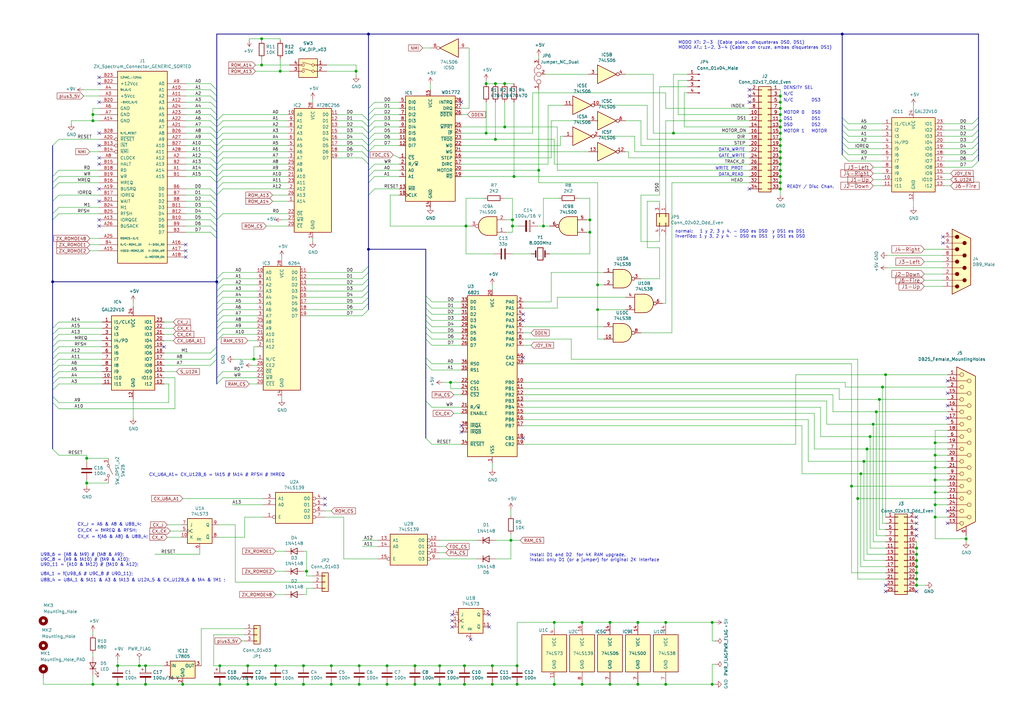
<source format=kicad_sch>
(kicad_sch (version 20210126) (generator eeschema)
  (paper "A3")
  (title_block (title "Opus Discovery Disk Interface") (date "2021-04-02") (rev "0.2") (company "Alvaro Alea Fdz.") (comment 2 "con interface de Joystick Kempston") (comment 3 "compatible con todos los ZX Spectrum") (comment 4 "edicion para www.va-de-retro.com"))
  (junction (at 35.56 187.96) (diameter 1.016))
  (junction (at 35.56 198.12) (diameter 1.016))
  (junction (at 38.1 46.99) (diameter 1.016))
  (junction (at 38.1 49.53) (diameter 1.016))
  (junction (at 38.1 280.67) (diameter 1.016))
  (junction (at 48.26 273.05) (diameter 1.016))
  (junction (at 48.26 280.67) (diameter 1.016))
  (junction (at 57.15 273.05) (diameter 1.016))
  (junction (at 59.69 273.05) (diameter 1.016))
  (junction (at 59.69 280.67) (diameter 1.016))
  (junction (at 74.93 280.67) (diameter 1.016))
  (junction (at 90.17 273.05) (diameter 1.016))
  (junction (at 90.17 280.67) (diameter 1.016))
  (junction (at 101.6 273.05) (diameter 1.016))
  (junction (at 101.6 280.67) (diameter 1.016))
  (junction (at 104.14 147.32) (diameter 1.016))
  (junction (at 107.315 15.875) (diameter 1.016))
  (junction (at 107.315 26.67) (diameter 1.016))
  (junction (at 113.03 273.05) (diameter 1.016))
  (junction (at 113.03 280.67) (diameter 1.016))
  (junction (at 114.935 29.21) (diameter 1.016))
  (junction (at 124.46 273.05) (diameter 1.016))
  (junction (at 124.46 280.67) (diameter 1.016))
  (junction (at 125.73 234.315) (diameter 1.016))
  (junction (at 135.89 273.05) (diameter 1.016))
  (junction (at 135.89 280.67) (diameter 1.016))
  (junction (at 146.05 29.21) (diameter 1.016))
  (junction (at 147.32 273.05) (diameter 1.016))
  (junction (at 147.32 280.67) (diameter 1.016))
  (junction (at 158.75 273.05) (diameter 1.016))
  (junction (at 158.75 280.67) (diameter 1.016))
  (junction (at 170.18 273.05) (diameter 1.016))
  (junction (at 170.18 280.67) (diameter 1.016))
  (junction (at 180.34 273.05) (diameter 1.016))
  (junction (at 180.34 280.67) (diameter 1.016))
  (junction (at 184.785 156.845) (diameter 1.016))
  (junction (at 190.5 273.05) (diameter 1.016))
  (junction (at 190.5 280.67) (diameter 1.016))
  (junction (at 191.135 92.71) (diameter 1.016))
  (junction (at 199.39 34.29) (diameter 1.016))
  (junction (at 199.39 54.61) (diameter 1.016))
  (junction (at 201.93 273.05) (diameter 1.016))
  (junction (at 201.93 280.67) (diameter 1.016))
  (junction (at 203.2 34.29) (diameter 1.016))
  (junction (at 203.2 57.15) (diameter 1.016))
  (junction (at 207.01 34.29) (diameter 1.016))
  (junction (at 207.01 52.07) (diameter 1.016))
  (junction (at 209.55 221.615) (diameter 1.016))
  (junction (at 210.185 90.17) (diameter 1.016))
  (junction (at 210.185 92.71) (diameter 1.016))
  (junction (at 210.82 72.39) (diameter 1.016))
  (junction (at 212.09 273.05) (diameter 1.016))
  (junction (at 212.09 280.67) (diameter 1.016))
  (junction (at 220.98 69.85) (diameter 1.016))
  (junction (at 222.885 92.71) (diameter 1.016))
  (junction (at 227.33 255.27) (diameter 1.016))
  (junction (at 227.33 280.67) (diameter 1.016))
  (junction (at 238.76 255.27) (diameter 1.016))
  (junction (at 238.76 280.67) (diameter 1.016))
  (junction (at 241.935 90.17) (diameter 1.016))
  (junction (at 241.935 95.25) (diameter 1.016))
  (junction (at 245.11 116.84) (diameter 1.016))
  (junction (at 245.11 127) (diameter 1.016))
  (junction (at 250.19 255.27) (diameter 1.016))
  (junction (at 250.19 280.67) (diameter 1.016))
  (junction (at 261.62 255.27) (diameter 1.016))
  (junction (at 261.62 280.67) (diameter 1.016))
  (junction (at 273.05 255.27) (diameter 1.016))
  (junction (at 273.05 280.67) (diameter 1.016))
  (junction (at 276.225 54.61) (diameter 1.016))
  (junction (at 292.1 255.27) (diameter 1.016))
  (junction (at 292.1 280.67) (diameter 1.016))
  (junction (at 320.04 39.37) (diameter 1.016))
  (junction (at 320.04 41.91) (diameter 1.016))
  (junction (at 320.04 44.45) (diameter 1.016))
  (junction (at 320.04 46.99) (diameter 1.016))
  (junction (at 320.04 49.53) (diameter 1.016))
  (junction (at 320.04 52.07) (diameter 1.016))
  (junction (at 320.04 54.61) (diameter 1.016))
  (junction (at 320.04 57.15) (diameter 1.016))
  (junction (at 320.04 59.69) (diameter 1.016))
  (junction (at 320.04 62.23) (diameter 1.016))
  (junction (at 320.04 64.77) (diameter 1.016))
  (junction (at 320.04 67.31) (diameter 1.016))
  (junction (at 320.04 69.85) (diameter 1.016))
  (junction (at 320.04 72.39) (diameter 1.016))
  (junction (at 320.04 74.93) (diameter 1.016))
  (junction (at 320.04 77.47) (diameter 1.016))
  (junction (at 349.25 199.39) (diameter 1.016))
  (junction (at 351.79 204.47) (diameter 1.016))
  (junction (at 353.06 194.31) (diameter 1.016))
  (junction (at 354.33 189.23) (diameter 1.016))
  (junction (at 355.6 184.15) (diameter 1.016))
  (junction (at 356.87 179.07) (diameter 1.016))
  (junction (at 358.14 173.99) (diameter 1.016))
  (junction (at 359.41 168.91) (diameter 1.016))
  (junction (at 360.68 163.83) (diameter 1.016))
  (junction (at 361.95 158.75) (diameter 1.016))
  (junction (at 363.22 153.67) (diameter 1.016))
  (junction (at 375.92 224.79) (diameter 1.016))
  (junction (at 375.92 227.33) (diameter 1.016))
  (junction (at 375.92 229.87) (diameter 1.016))
  (junction (at 375.92 232.41) (diameter 1.016))
  (junction (at 375.92 234.95) (diameter 1.016))
  (junction (at 375.92 237.49) (diameter 1.016))
  (junction (at 375.92 240.03) (diameter 1.016))
  (junction (at 383.54 181.61) (diameter 1.016))
  (junction (at 383.54 186.69) (diameter 1.016))
  (junction (at 383.54 191.77) (diameter 1.016))
  (junction (at 383.54 196.85) (diameter 1.016))
  (junction (at 383.54 201.93) (diameter 1.016))
  (junction (at 383.54 207.01) (diameter 1.016))
  (junction (at 383.54 212.09) (diameter 1.016))
  (junction (at 396.24 220.98) (diameter 1.016))
  (junction (at 21.59 115.57) (diameter 1.016))
  (junction (at 88.9 115.57) (diameter 1.016))
  (junction (at 151.13 13.97) (diameter 1.016))
  (junction (at 151.13 102.235) (diameter 1.016))
  (junction (at 345.44 13.97) (diameter 1.016))
  (no_connect (at 40.64 31.75))
  (no_connect (at 40.64 34.29))
  (no_connect (at 40.64 41.91))
  (no_connect (at 40.64 54.61))
  (no_connect (at 40.64 59.69))
  (no_connect (at 40.64 64.77))
  (no_connect (at 40.64 67.31))
  (no_connect (at 40.64 77.47))
  (no_connect (at 40.64 82.55))
  (no_connect (at 40.64 90.17))
  (no_connect (at 40.64 92.71))
  (no_connect (at 67.31 142.24))
  (no_connect (at 76.2 100.33))
  (no_connect (at 76.2 102.87))
  (no_connect (at 76.2 105.41))
  (no_connect (at 133.35 204.47))
  (no_connect (at 133.35 207.01))
  (no_connect (at 185.42 252.095))
  (no_connect (at 185.42 254.635))
  (no_connect (at 185.42 257.175))
  (no_connect (at 189.23 41.91))
  (no_connect (at 189.23 174.625))
  (no_connect (at 189.23 177.165))
  (no_connect (at 193.04 262.255))
  (no_connect (at 200.66 252.095))
  (no_connect (at 200.66 257.175))
  (no_connect (at 214.63 128.905))
  (no_connect (at 214.63 131.445))
  (no_connect (at 214.63 146.685))
  (no_connect (at 214.63 179.705))
  (no_connect (at 307.34 36.83))
  (no_connect (at 307.34 39.37))
  (no_connect (at 307.34 41.91))
  (no_connect (at 307.34 77.47))
  (no_connect (at 363.22 240.03))
  (no_connect (at 363.22 242.57))
  (no_connect (at 375.92 212.09))
  (no_connect (at 375.92 214.63))
  (no_connect (at 375.92 217.17))
  (no_connect (at 375.92 219.71))
  (no_connect (at 375.92 242.57))
  (no_connect (at 386.715 97.155))
  (no_connect (at 386.715 99.695))
  (no_connect (at 388.62 156.21))
  (no_connect (at 388.62 161.29))
  (no_connect (at 388.62 166.37))
  (no_connect (at 388.62 171.45))
  (no_connect (at 388.62 209.55))
  (no_connect (at 388.62 214.63))
  (bus_entry (at 21.59 59.69) (size 2.54 -2.54) (stroke (width 0.1524)))
  (bus_entry (at 21.59 72.39) (size 2.54 -2.54) (stroke (width 0.1524)))
  (bus_entry (at 21.59 74.93) (size 2.54 -2.54) (stroke (width 0.1524)))
  (bus_entry (at 21.59 77.47) (size 2.54 -2.54) (stroke (width 0.1524)))
  (bus_entry (at 21.59 82.55) (size 2.54 -2.54) (stroke (width 0.1524)))
  (bus_entry (at 21.59 87.63) (size 2.54 -2.54) (stroke (width 0.1524)))
  (bus_entry (at 21.59 90.17) (size 2.54 -2.54) (stroke (width 0.1524)))
  (bus_entry (at 21.59 134.62) (size 2.54 -2.54) (stroke (width 0.1524)))
  (bus_entry (at 21.59 137.16) (size 2.54 -2.54) (stroke (width 0.1524)))
  (bus_entry (at 21.59 139.7) (size 2.54 -2.54) (stroke (width 0.1524)))
  (bus_entry (at 21.59 142.24) (size 2.54 -2.54) (stroke (width 0.1524)))
  (bus_entry (at 21.59 144.78) (size 2.54 -2.54) (stroke (width 0.1524)))
  (bus_entry (at 21.59 147.32) (size 2.54 -2.54) (stroke (width 0.1524)))
  (bus_entry (at 21.59 149.86) (size 2.54 -2.54) (stroke (width 0.1524)))
  (bus_entry (at 21.59 152.4) (size 2.54 -2.54) (stroke (width 0.1524)))
  (bus_entry (at 21.59 154.94) (size 2.54 -2.54) (stroke (width 0.1524)))
  (bus_entry (at 21.59 157.48) (size 2.54 -2.54) (stroke (width 0.1524)))
  (bus_entry (at 21.59 160.02) (size 2.54 -2.54) (stroke (width 0.1524)))
  (bus_entry (at 21.59 162.56) (size 2.54 2.54) (stroke (width 0.1524)))
  (bus_entry (at 21.59 165.1) (size 2.54 2.54) (stroke (width 0.1524)))
  (bus_entry (at 21.59 184.15) (size 2.54 2.54) (stroke (width 0.1524)))
  (bus_entry (at 86.36 34.29) (size 2.54 2.54) (stroke (width 0.1524)))
  (bus_entry (at 86.36 36.83) (size 2.54 2.54) (stroke (width 0.1524)))
  (bus_entry (at 86.36 39.37) (size 2.54 2.54) (stroke (width 0.1524)))
  (bus_entry (at 86.36 46.99) (size 2.54 2.54) (stroke (width 0.1524)))
  (bus_entry (at 86.36 49.53) (size 2.54 2.54) (stroke (width 0.1524)))
  (bus_entry (at 86.36 52.07) (size 2.54 2.54) (stroke (width 0.1524)))
  (bus_entry (at 86.36 54.61) (size 2.54 2.54) (stroke (width 0.1524)))
  (bus_entry (at 86.36 57.15) (size 2.54 2.54) (stroke (width 0.1524)))
  (bus_entry (at 86.36 59.69) (size 2.54 2.54) (stroke (width 0.1524)))
  (bus_entry (at 86.36 62.23) (size 2.54 2.54) (stroke (width 0.1524)))
  (bus_entry (at 86.36 64.77) (size 2.54 2.54) (stroke (width 0.1524)))
  (bus_entry (at 86.36 67.31) (size 2.54 2.54) (stroke (width 0.1524)))
  (bus_entry (at 86.36 69.85) (size 2.54 2.54) (stroke (width 0.1524)))
  (bus_entry (at 86.36 72.39) (size 2.54 2.54) (stroke (width 0.1524)))
  (bus_entry (at 86.36 144.78) (size 2.54 -2.54) (stroke (width 0.1524)))
  (bus_entry (at 86.36 147.32) (size 2.54 -2.54) (stroke (width 0.1524)))
  (bus_entry (at 86.36 149.86) (size 2.54 -2.54) (stroke (width 0.1524)))
  (bus_entry (at 88.9 44.45) (size -2.54 -2.54) (stroke (width 0.1524)))
  (bus_entry (at 88.9 46.99) (size -2.54 -2.54) (stroke (width 0.1524)))
  (bus_entry (at 88.9 49.53) (size 2.54 -2.54) (stroke (width 0.1524)))
  (bus_entry (at 88.9 52.07) (size 2.54 -2.54) (stroke (width 0.1524)))
  (bus_entry (at 88.9 54.61) (size 2.54 -2.54) (stroke (width 0.1524)))
  (bus_entry (at 88.9 57.15) (size 2.54 -2.54) (stroke (width 0.1524)))
  (bus_entry (at 88.9 59.69) (size 2.54 -2.54) (stroke (width 0.1524)))
  (bus_entry (at 88.9 62.23) (size 2.54 -2.54) (stroke (width 0.1524)))
  (bus_entry (at 88.9 64.77) (size 2.54 -2.54) (stroke (width 0.1524)))
  (bus_entry (at 88.9 67.31) (size 2.54 -2.54) (stroke (width 0.1524)))
  (bus_entry (at 88.9 69.85) (size 2.54 -2.54) (stroke (width 0.1524)))
  (bus_entry (at 88.9 72.39) (size 2.54 -2.54) (stroke (width 0.1524)))
  (bus_entry (at 88.9 74.93) (size 2.54 -2.54) (stroke (width 0.1524)))
  (bus_entry (at 88.9 77.47) (size 2.54 -2.54) (stroke (width 0.1524)))
  (bus_entry (at 88.9 80.01) (size -2.54 -2.54) (stroke (width 0.1524)))
  (bus_entry (at 88.9 80.01) (size 2.54 -2.54) (stroke (width 0.1524)))
  (bus_entry (at 88.9 82.55) (size -2.54 -2.54) (stroke (width 0.1524)))
  (bus_entry (at 88.9 85.09) (size -2.54 -2.54) (stroke (width 0.1524)))
  (bus_entry (at 88.9 87.63) (size -2.54 -2.54) (stroke (width 0.1524)))
  (bus_entry (at 88.9 90.17) (size -2.54 -2.54) (stroke (width 0.1524)))
  (bus_entry (at 88.9 90.17) (size 2.54 -2.54) (stroke (width 0.1524)))
  (bus_entry (at 88.9 92.71) (size -2.54 -2.54) (stroke (width 0.1524)))
  (bus_entry (at 88.9 95.25) (size -2.54 -2.54) (stroke (width 0.1524)))
  (bus_entry (at 88.9 97.79) (size -2.54 -2.54) (stroke (width 0.1524)))
  (bus_entry (at 88.9 114.3) (size 2.54 -2.54) (stroke (width 0.1524)))
  (bus_entry (at 88.9 116.84) (size 2.54 -2.54) (stroke (width 0.1524)))
  (bus_entry (at 88.9 119.38) (size 2.54 -2.54) (stroke (width 0.1524)))
  (bus_entry (at 88.9 121.92) (size 2.54 -2.54) (stroke (width 0.1524)))
  (bus_entry (at 88.9 124.46) (size 2.54 -2.54) (stroke (width 0.1524)))
  (bus_entry (at 88.9 127) (size 2.54 -2.54) (stroke (width 0.1524)))
  (bus_entry (at 88.9 129.54) (size 2.54 -2.54) (stroke (width 0.1524)))
  (bus_entry (at 88.9 132.08) (size 2.54 -2.54) (stroke (width 0.1524)))
  (bus_entry (at 88.9 134.62) (size 2.54 -2.54) (stroke (width 0.1524)))
  (bus_entry (at 88.9 137.16) (size 2.54 -2.54) (stroke (width 0.1524)))
  (bus_entry (at 88.9 139.7) (size 2.54 -2.54) (stroke (width 0.1524)))
  (bus_entry (at 88.9 154.94) (size 2.54 -2.54) (stroke (width 0.1524)))
  (bus_entry (at 88.9 157.48) (size 2.54 -2.54) (stroke (width 0.1524)))
  (bus_entry (at 148.59 111.76) (size 2.54 -2.54) (stroke (width 0.1524)))
  (bus_entry (at 148.59 114.3) (size 2.54 -2.54) (stroke (width 0.1524)))
  (bus_entry (at 148.59 116.84) (size 2.54 -2.54) (stroke (width 0.1524)))
  (bus_entry (at 148.59 119.38) (size 2.54 -2.54) (stroke (width 0.1524)))
  (bus_entry (at 148.59 121.92) (size 2.54 -2.54) (stroke (width 0.1524)))
  (bus_entry (at 148.59 124.46) (size 2.54 -2.54) (stroke (width 0.1524)))
  (bus_entry (at 148.59 127) (size 2.54 -2.54) (stroke (width 0.1524)))
  (bus_entry (at 148.59 129.54) (size 2.54 -2.54) (stroke (width 0.1524)))
  (bus_entry (at 151.13 44.45) (size 2.54 -2.54) (stroke (width 0.1524)))
  (bus_entry (at 151.13 46.99) (size 2.54 -2.54) (stroke (width 0.1524)))
  (bus_entry (at 151.13 49.53) (size -2.54 -2.54) (stroke (width 0.1524)))
  (bus_entry (at 151.13 49.53) (size 2.54 -2.54) (stroke (width 0.1524)))
  (bus_entry (at 151.13 52.07) (size -2.54 -2.54) (stroke (width 0.1524)))
  (bus_entry (at 151.13 52.07) (size 2.54 -2.54) (stroke (width 0.1524)))
  (bus_entry (at 151.13 54.61) (size -2.54 -2.54) (stroke (width 0.1524)))
  (bus_entry (at 151.13 54.61) (size 2.54 -2.54) (stroke (width 0.1524)))
  (bus_entry (at 151.13 57.15) (size -2.54 -2.54) (stroke (width 0.1524)))
  (bus_entry (at 151.13 57.15) (size 2.54 -2.54) (stroke (width 0.1524)))
  (bus_entry (at 151.13 59.69) (size -2.54 -2.54) (stroke (width 0.1524)))
  (bus_entry (at 151.13 59.69) (size 2.54 -2.54) (stroke (width 0.1524)))
  (bus_entry (at 151.13 62.23) (size -2.54 -2.54) (stroke (width 0.1524)))
  (bus_entry (at 151.13 62.23) (size 2.54 -2.54) (stroke (width 0.1524)))
  (bus_entry (at 151.13 64.77) (size -2.54 -2.54) (stroke (width 0.1524)))
  (bus_entry (at 151.13 67.31) (size -2.54 -2.54) (stroke (width 0.1524)))
  (bus_entry (at 151.13 69.85) (size 2.54 -2.54) (stroke (width 0.1524)))
  (bus_entry (at 151.13 72.39) (size 2.54 -2.54) (stroke (width 0.1524)))
  (bus_entry (at 151.13 74.93) (size 2.54 -2.54) (stroke (width 0.1524)))
  (bus_entry (at 151.13 80.01) (size 2.54 -2.54) (stroke (width 0.1524)))
  (bus_entry (at 177.165 123.825) (size -2.54 -2.54) (stroke (width 0.1524)))
  (bus_entry (at 177.165 126.365) (size -2.54 -2.54) (stroke (width 0.1524)))
  (bus_entry (at 177.165 128.905) (size -2.54 -2.54) (stroke (width 0.1524)))
  (bus_entry (at 177.165 131.445) (size -2.54 -2.54) (stroke (width 0.1524)))
  (bus_entry (at 177.165 133.985) (size -2.54 -2.54) (stroke (width 0.1524)))
  (bus_entry (at 177.165 136.525) (size -2.54 -2.54) (stroke (width 0.1524)))
  (bus_entry (at 177.165 139.065) (size -2.54 -2.54) (stroke (width 0.1524)))
  (bus_entry (at 177.165 141.605) (size -2.54 -2.54) (stroke (width 0.1524)))
  (bus_entry (at 177.165 149.225) (size -2.54 -2.54) (stroke (width 0.1524)))
  (bus_entry (at 177.165 151.765) (size -2.54 -2.54) (stroke (width 0.1524)))
  (bus_entry (at 177.165 167.005) (size -2.54 -2.54) (stroke (width 0.1524)))
  (bus_entry (at 177.165 182.245) (size -2.54 -2.54) (stroke (width 0.1524)))
  (bus_entry (at 345.44 48.26) (size 2.54 2.54) (stroke (width 0.1524)))
  (bus_entry (at 345.44 50.8) (size 2.54 2.54) (stroke (width 0.1524)))
  (bus_entry (at 345.44 53.34) (size 2.54 2.54) (stroke (width 0.1524)))
  (bus_entry (at 345.44 55.88) (size 2.54 2.54) (stroke (width 0.1524)))
  (bus_entry (at 345.44 58.42) (size 2.54 2.54) (stroke (width 0.1524)))
  (bus_entry (at 345.44 60.96) (size 2.54 2.54) (stroke (width 0.1524)))
  (bus_entry (at 345.44 63.5) (size 2.54 2.54) (stroke (width 0.1524)))
  (bus_entry (at 398.78 50.8) (size 2.54 -2.54) (stroke (width 0.1524)))
  (bus_entry (at 398.78 53.34) (size 2.54 -2.54) (stroke (width 0.1524)))
  (bus_entry (at 398.78 55.88) (size 2.54 -2.54) (stroke (width 0.1524)))
  (bus_entry (at 398.78 58.42) (size 2.54 -2.54) (stroke (width 0.1524)))
  (bus_entry (at 398.78 60.96) (size 2.54 -2.54) (stroke (width 0.1524)))
  (bus_entry (at 398.78 63.5) (size 2.54 -2.54) (stroke (width 0.1524)))
  (bus_entry (at 398.78 66.04) (size 2.54 -2.54) (stroke (width 0.1524)))
  (bus_entry (at 398.78 68.58) (size 2.54 -2.54) (stroke (width 0.1524)))
  (wire (pts (xy 17.78 280.67) (xy 17.78 278.13)))
  (wire (pts (xy 24.13 57.15) (xy 40.64 57.15)))
  (wire (pts (xy 24.13 69.85) (xy 40.64 69.85)))
  (wire (pts (xy 24.13 72.39) (xy 40.64 72.39)))
  (wire (pts (xy 24.13 132.08) (xy 41.91 132.08)))
  (wire (pts (xy 24.13 134.62) (xy 41.91 134.62)))
  (wire (pts (xy 24.13 137.16) (xy 41.91 137.16)))
  (wire (pts (xy 24.13 139.7) (xy 41.91 139.7)))
  (wire (pts (xy 24.13 142.24) (xy 41.91 142.24)))
  (wire (pts (xy 24.13 144.78) (xy 41.91 144.78)))
  (wire (pts (xy 24.13 147.32) (xy 41.91 147.32)))
  (wire (pts (xy 24.13 149.86) (xy 41.91 149.86)))
  (wire (pts (xy 24.13 152.4) (xy 41.91 152.4)))
  (wire (pts (xy 24.13 154.94) (xy 41.91 154.94)))
  (wire (pts (xy 24.13 157.48) (xy 41.91 157.48)))
  (wire (pts (xy 24.13 165.1) (xy 69.215 165.1)))
  (wire (pts (xy 24.13 167.64) (xy 71.755 167.64)))
  (wire (pts (xy 24.13 186.69) (xy 35.56 186.69)))
  (wire (pts (xy 29.21 49.53) (xy 29.21 50.8)))
  (wire (pts (xy 34.29 36.83) (xy 40.64 36.83)))
  (wire (pts (xy 35.56 186.69) (xy 35.56 187.96)))
  (wire (pts (xy 35.56 187.96) (xy 35.56 189.23)))
  (wire (pts (xy 35.56 196.85) (xy 35.56 198.12)))
  (wire (pts (xy 35.56 198.12) (xy 35.56 199.39)))
  (wire (pts (xy 36.83 62.23) (xy 40.64 62.23)))
  (wire (pts (xy 36.83 97.79) (xy 40.64 97.79)))
  (wire (pts (xy 36.83 100.33) (xy 40.64 100.33)))
  (wire (pts (xy 36.83 102.87) (xy 40.64 102.87)))
  (wire (pts (xy 38.1 44.45) (xy 38.1 46.99)))
  (wire (pts (xy 38.1 46.99) (xy 38.1 49.53)))
  (wire (pts (xy 38.1 49.53) (xy 29.21 49.53)))
  (wire (pts (xy 38.1 259.08) (xy 38.1 260.35)))
  (wire (pts (xy 38.1 267.97) (xy 38.1 269.24)))
  (wire (pts (xy 38.1 276.86) (xy 38.1 280.67)))
  (wire (pts (xy 38.1 280.67) (xy 17.78 280.67)))
  (wire (pts (xy 40.64 39.37) (xy 34.29 39.37)))
  (wire (pts (xy 40.64 44.45) (xy 38.1 44.45)))
  (wire (pts (xy 40.64 46.99) (xy 38.1 46.99)))
  (wire (pts (xy 40.64 49.53) (xy 38.1 49.53)))
  (wire (pts (xy 40.64 74.93) (xy 24.13 74.93)))
  (wire (pts (xy 40.64 80.01) (xy 24.13 80.01)))
  (wire (pts (xy 40.64 85.09) (xy 24.13 85.09)))
  (wire (pts (xy 40.64 87.63) (xy 24.13 87.63)))
  (wire (pts (xy 44.45 187.96) (xy 35.56 187.96)))
  (wire (pts (xy 44.45 198.12) (xy 35.56 198.12)))
  (wire (pts (xy 48.26 273.05) (xy 48.26 270.51)))
  (wire (pts (xy 48.26 273.05) (xy 57.15 273.05)))
  (wire (pts (xy 48.26 280.67) (xy 38.1 280.67)))
  (wire (pts (xy 48.26 280.67) (xy 59.69 280.67)))
  (wire (pts (xy 54.61 123.825) (xy 54.61 125.73)))
  (wire (pts (xy 54.61 163.83) (xy 54.61 171.45)))
  (wire (pts (xy 57.15 270.51) (xy 57.15 273.05)))
  (wire (pts (xy 57.15 273.05) (xy 59.69 273.05)))
  (wire (pts (xy 59.69 280.67) (xy 74.93 280.67)))
  (wire (pts (xy 67.31 132.08) (xy 71.12 132.08)))
  (wire (pts (xy 67.31 134.62) (xy 71.12 134.62)))
  (wire (pts (xy 67.31 137.16) (xy 71.12 137.16)))
  (wire (pts (xy 67.31 139.7) (xy 71.12 139.7)))
  (wire (pts (xy 67.31 144.78) (xy 86.36 144.78)))
  (wire (pts (xy 67.31 147.32) (xy 86.36 147.32)))
  (wire (pts (xy 67.31 149.86) (xy 86.36 149.86)))
  (wire (pts (xy 67.31 152.4) (xy 72.39 152.4)))
  (wire (pts (xy 67.31 157.48) (xy 69.215 157.48)))
  (wire (pts (xy 67.31 273.05) (xy 59.69 273.05)))
  (wire (pts (xy 68.58 215.265) (xy 74.295 215.265)))
  (wire (pts (xy 68.58 220.345) (xy 74.295 220.345)))
  (wire (pts (xy 69.215 157.48) (xy 69.215 165.1)))
  (wire (pts (xy 69.85 217.805) (xy 74.295 217.805)))
  (wire (pts (xy 71.755 154.94) (xy 67.31 154.94)))
  (wire (pts (xy 71.755 167.64) (xy 71.755 154.94)))
  (wire (pts (xy 74.93 204.47) (xy 107.95 204.47)))
  (wire (pts (xy 74.93 280.67) (xy 90.17 280.67)))
  (wire (pts (xy 76.2 34.29) (xy 86.36 34.29)))
  (wire (pts (xy 76.2 36.83) (xy 86.36 36.83)))
  (wire (pts (xy 76.2 39.37) (xy 86.36 39.37)))
  (wire (pts (xy 76.2 46.99) (xy 86.36 46.99)))
  (wire (pts (xy 76.2 49.53) (xy 86.36 49.53)))
  (wire (pts (xy 76.2 52.07) (xy 86.36 52.07)))
  (wire (pts (xy 76.2 54.61) (xy 86.36 54.61)))
  (wire (pts (xy 76.2 57.15) (xy 86.36 57.15)))
  (wire (pts (xy 76.2 59.69) (xy 86.36 59.69)))
  (wire (pts (xy 76.2 62.23) (xy 86.36 62.23)))
  (wire (pts (xy 76.2 64.77) (xy 86.36 64.77)))
  (wire (pts (xy 76.2 67.31) (xy 86.36 67.31)))
  (wire (pts (xy 76.2 69.85) (xy 86.36 69.85)))
  (wire (pts (xy 76.2 72.39) (xy 86.36 72.39)))
  (wire (pts (xy 81.915 225.425) (xy 81.915 227.33)))
  (wire (pts (xy 81.915 227.33) (xy 63.5 227.33)))
  (wire (pts (xy 82.55 257.81) (xy 100.33 257.81)))
  (wire (pts (xy 82.55 273.05) (xy 82.55 257.81)))
  (wire (pts (xy 86.36 41.91) (xy 76.2 41.91)))
  (wire (pts (xy 86.36 44.45) (xy 76.2 44.45)))
  (wire (pts (xy 86.36 77.47) (xy 76.2 77.47)))
  (wire (pts (xy 86.36 80.01) (xy 76.2 80.01)))
  (wire (pts (xy 86.36 82.55) (xy 76.2 82.55)))
  (wire (pts (xy 86.36 85.09) (xy 76.2 85.09)))
  (wire (pts (xy 86.36 87.63) (xy 76.2 87.63)))
  (wire (pts (xy 86.36 90.17) (xy 76.2 90.17)))
  (wire (pts (xy 86.36 92.71) (xy 76.2 92.71)))
  (wire (pts (xy 86.36 95.25) (xy 76.2 95.25)))
  (wire (pts (xy 87.63 260.35) (xy 87.63 273.05)))
  (wire (pts (xy 87.63 273.05) (xy 90.17 273.05)))
  (wire (pts (xy 89.535 215.265) (xy 96.52 215.265)))
  (wire (pts (xy 89.535 220.345) (xy 100.33 220.345)))
  (wire (pts (xy 90.17 273.05) (xy 101.6 273.05)))
  (wire (pts (xy 90.17 280.67) (xy 101.6 280.67)))
  (wire (pts (xy 91.44 46.99) (xy 118.11 46.99)))
  (wire (pts (xy 91.44 49.53) (xy 118.11 49.53)))
  (wire (pts (xy 91.44 52.07) (xy 118.11 52.07)))
  (wire (pts (xy 91.44 54.61) (xy 118.11 54.61)))
  (wire (pts (xy 91.44 57.15) (xy 118.11 57.15)))
  (wire (pts (xy 91.44 59.69) (xy 118.11 59.69)))
  (wire (pts (xy 91.44 62.23) (xy 118.11 62.23)))
  (wire (pts (xy 91.44 64.77) (xy 118.11 64.77)))
  (wire (pts (xy 91.44 67.31) (xy 118.11 67.31)))
  (wire (pts (xy 91.44 69.85) (xy 118.11 69.85)))
  (wire (pts (xy 91.44 72.39) (xy 118.11 72.39)))
  (wire (pts (xy 91.44 74.93) (xy 118.11 74.93)))
  (wire (pts (xy 91.44 77.47) (xy 118.11 77.47)))
  (wire (pts (xy 91.44 87.63) (xy 118.11 87.63)))
  (wire (pts (xy 91.44 111.76) (xy 105.41 111.76)))
  (wire (pts (xy 91.44 114.3) (xy 105.41 114.3)))
  (wire (pts (xy 91.44 116.84) (xy 105.41 116.84)))
  (wire (pts (xy 91.44 119.38) (xy 105.41 119.38)))
  (wire (pts (xy 91.44 121.92) (xy 105.41 121.92)))
  (wire (pts (xy 91.44 124.46) (xy 105.41 124.46)))
  (wire (pts (xy 91.44 127) (xy 105.41 127)))
  (wire (pts (xy 91.44 129.54) (xy 105.41 129.54)))
  (wire (pts (xy 91.44 132.08) (xy 105.41 132.08)))
  (wire (pts (xy 91.44 134.62) (xy 105.41 134.62)))
  (wire (pts (xy 91.44 137.16) (xy 105.41 137.16)))
  (wire (pts (xy 91.44 152.4) (xy 105.41 152.4)))
  (wire (pts (xy 91.44 154.94) (xy 105.41 154.94)))
  (wire (pts (xy 95.25 207.01) (xy 107.95 207.01)))
  (wire (pts (xy 95.885 147.32) (xy 104.14 147.32)))
  (wire (pts (xy 96.52 215.265) (xy 96.52 238.76)))
  (wire (pts (xy 96.52 238.76) (xy 128.27 238.76)))
  (wire (pts (xy 100.33 212.09) (xy 107.95 212.09)))
  (wire (pts (xy 100.33 220.345) (xy 100.33 212.09)))
  (wire (pts (xy 100.33 260.35) (xy 87.63 260.35)))
  (wire (pts (xy 100.33 262.89) (xy 99.06 262.89)))
  (wire (pts (xy 101.6 139.7) (xy 105.41 139.7)))
  (wire (pts (xy 101.6 273.05) (xy 113.03 273.05)))
  (wire (pts (xy 101.6 280.67) (xy 113.03 280.67)))
  (wire (pts (xy 102.235 15.875) (xy 102.235 16.51)))
  (wire (pts (xy 102.235 157.48) (xy 105.41 157.48)))
  (wire (pts (xy 103.505 149.86) (xy 105.41 149.86)))
  (wire (pts (xy 104.14 142.24) (xy 105.41 142.24)))
  (wire (pts (xy 104.14 147.32) (xy 104.14 142.24)))
  (wire (pts (xy 104.14 147.32) (xy 105.41 147.32)))
  (wire (pts (xy 104.775 26.67) (xy 107.315 26.67)))
  (wire (pts (xy 107.315 15.875) (xy 102.235 15.875)))
  (wire (pts (xy 107.315 16.51) (xy 107.315 15.875)))
  (wire (pts (xy 107.315 24.13) (xy 107.315 26.67)))
  (wire (pts (xy 107.315 26.67) (xy 118.745 26.67)))
  (wire (pts (xy 109.22 92.71) (xy 118.11 92.71)))
  (wire (pts (xy 111.76 80.01) (xy 118.11 80.01)))
  (wire (pts (xy 111.76 82.55) (xy 118.11 82.55)))
  (wire (pts (xy 113.03 273.05) (xy 124.46 273.05)))
  (wire (pts (xy 113.03 280.67) (xy 124.46 280.67)))
  (wire (pts (xy 114.935 15.875) (xy 107.315 15.875)))
  (wire (pts (xy 114.935 16.51) (xy 114.935 15.875)))
  (wire (pts (xy 114.935 24.13) (xy 114.935 29.21)))
  (wire (pts (xy 114.935 29.21) (xy 104.775 29.21)))
  (wire (pts (xy 115.57 90.17) (xy 118.11 90.17)))
  (wire (pts (xy 115.57 105.41) (xy 115.57 106.68)))
  (wire (pts (xy 115.57 162.56) (xy 115.57 163.83)))
  (wire (pts (xy 116.84 226.06) (xy 113.03 226.06)))
  (wire (pts (xy 116.84 234.315) (xy 113.03 234.315)))
  (wire (pts (xy 116.84 243.84) (xy 113.03 243.84)))
  (wire (pts (xy 118.745 29.21) (xy 114.935 29.21)))
  (wire (pts (xy 124.46 226.06) (xy 125.73 226.06)))
  (wire (pts (xy 124.46 234.315) (xy 125.73 234.315)))
  (wire (pts (xy 124.46 243.84) (xy 125.73 243.84)))
  (wire (pts (xy 124.46 280.67) (xy 135.89 280.67)))
  (wire (pts (xy 125.73 226.06) (xy 125.73 234.315)))
  (wire (pts (xy 125.73 234.315) (xy 125.73 236.22)))
  (wire (pts (xy 125.73 236.22) (xy 128.27 236.22)))
  (wire (pts (xy 125.73 241.3) (xy 125.73 243.84)))
  (wire (pts (xy 128.27 40.64) (xy 128.27 41.91)))
  (wire (pts (xy 128.27 97.79) (xy 128.27 99.06)))
  (wire (pts (xy 128.27 241.3) (xy 125.73 241.3)))
  (wire (pts (xy 133.35 209.55) (xy 135.89 209.55)))
  (wire (pts (xy 133.35 212.09) (xy 140.97 212.09)))
  (wire (pts (xy 133.985 26.67) (xy 146.05 26.67)))
  (wire (pts (xy 133.985 29.21) (xy 146.05 29.21)))
  (wire (pts (xy 135.89 273.05) (xy 124.46 273.05)))
  (wire (pts (xy 135.89 280.67) (xy 147.32 280.67)))
  (wire (pts (xy 140.97 212.09) (xy 140.97 229.235)))
  (wire (pts (xy 146.05 26.67) (xy 146.05 29.21)))
  (wire (pts (xy 146.05 29.21) (xy 146.05 31.115)))
  (wire (pts (xy 147.32 273.05) (xy 135.89 273.05)))
  (wire (pts (xy 147.32 280.67) (xy 158.75 280.67)))
  (wire (pts (xy 148.59 46.99) (xy 138.43 46.99)))
  (wire (pts (xy 148.59 49.53) (xy 138.43 49.53)))
  (wire (pts (xy 148.59 52.07) (xy 138.43 52.07)))
  (wire (pts (xy 148.59 54.61) (xy 138.43 54.61)))
  (wire (pts (xy 148.59 57.15) (xy 138.43 57.15)))
  (wire (pts (xy 148.59 59.69) (xy 138.43 59.69)))
  (wire (pts (xy 148.59 62.23) (xy 138.43 62.23)))
  (wire (pts (xy 148.59 64.77) (xy 138.43 64.77)))
  (wire (pts (xy 148.59 111.76) (xy 125.73 111.76)))
  (wire (pts (xy 148.59 114.3) (xy 125.73 114.3)))
  (wire (pts (xy 148.59 116.84) (xy 125.73 116.84)))
  (wire (pts (xy 148.59 119.38) (xy 125.73 119.38)))
  (wire (pts (xy 148.59 121.92) (xy 125.73 121.92)))
  (wire (pts (xy 148.59 124.46) (xy 125.73 124.46)))
  (wire (pts (xy 148.59 127) (xy 125.73 127)))
  (wire (pts (xy 148.59 129.54) (xy 125.73 129.54)))
  (wire (pts (xy 148.59 224.155) (xy 154.94 224.155)))
  (wire (pts (xy 153.67 41.91) (xy 163.83 41.91)))
  (wire (pts (xy 153.67 44.45) (xy 163.83 44.45)))
  (wire (pts (xy 153.67 46.99) (xy 163.83 46.99)))
  (wire (pts (xy 153.67 49.53) (xy 163.83 49.53)))
  (wire (pts (xy 153.67 52.07) (xy 163.83 52.07)))
  (wire (pts (xy 153.67 54.61) (xy 163.83 54.61)))
  (wire (pts (xy 153.67 57.15) (xy 163.83 57.15)))
  (wire (pts (xy 153.67 59.69) (xy 163.83 59.69)))
  (wire (pts (xy 153.67 67.31) (xy 163.83 67.31)))
  (wire (pts (xy 153.67 69.85) (xy 163.83 69.85)))
  (wire (pts (xy 153.67 72.39) (xy 163.83 72.39)))
  (wire (pts (xy 153.67 77.47) (xy 163.83 77.47)))
  (wire (pts (xy 154.94 221.615) (xy 148.59 221.615)))
  (wire (pts (xy 154.94 229.235) (xy 140.97 229.235)))
  (wire (pts (xy 158.75 273.05) (xy 147.32 273.05)))
  (wire (pts (xy 158.75 280.67) (xy 170.18 280.67)))
  (wire (pts (xy 160.02 80.01) (xy 163.83 80.01)))
  (wire (pts (xy 160.02 92.71) (xy 160.02 80.01)))
  (wire (pts (xy 161.29 63.5) (xy 163.83 64.77)))
  (wire (pts (xy 170.18 273.05) (xy 158.75 273.05)))
  (wire (pts (xy 170.18 273.05) (xy 180.34 273.05)))
  (wire (pts (xy 173.355 19.685) (xy 176.53 19.685)))
  (wire (pts (xy 176.53 34.29) (xy 176.53 36.83)))
  (wire (pts (xy 177.165 123.825) (xy 189.23 123.825)))
  (wire (pts (xy 177.165 126.365) (xy 189.23 126.365)))
  (wire (pts (xy 177.165 128.905) (xy 189.23 128.905)))
  (wire (pts (xy 177.165 131.445) (xy 189.23 131.445)))
  (wire (pts (xy 177.165 133.985) (xy 189.23 133.985)))
  (wire (pts (xy 177.165 136.525) (xy 189.23 136.525)))
  (wire (pts (xy 177.165 139.065) (xy 189.23 139.065)))
  (wire (pts (xy 177.165 141.605) (xy 189.23 141.605)))
  (wire (pts (xy 177.165 149.225) (xy 189.23 149.225)))
  (wire (pts (xy 177.165 151.765) (xy 189.23 151.765)))
  (wire (pts (xy 177.165 167.005) (xy 189.23 167.005)))
  (wire (pts (xy 177.165 182.245) (xy 189.23 182.245)))
  (wire (pts (xy 180.34 221.615) (xy 195.58 221.615)))
  (wire (pts (xy 180.34 224.155) (xy 182.88 224.155)))
  (wire (pts (xy 180.34 226.695) (xy 182.88 226.695)))
  (wire (pts (xy 180.34 229.235) (xy 195.58 229.235)))
  (wire (pts (xy 180.34 273.05) (xy 190.5 273.05)))
  (wire (pts (xy 180.34 280.67) (xy 170.18 280.67)))
  (wire (pts (xy 181.61 156.845) (xy 184.785 156.845)))
  (wire (pts (xy 184.785 156.845) (xy 189.23 156.845)))
  (wire (pts (xy 184.785 159.385) (xy 184.785 156.845)))
  (wire (pts (xy 186.055 161.925) (xy 189.23 161.925)))
  (wire (pts (xy 186.055 169.545) (xy 189.23 169.545)))
  (wire (pts (xy 189.23 44.45) (xy 192.405 44.45)))
  (wire (pts (xy 189.23 46.99) (xy 191.77 46.99)))
  (wire (pts (xy 189.23 59.69) (xy 229.87 59.69)))
  (wire (pts (xy 189.23 62.23) (xy 241.3 62.23)))
  (wire (pts (xy 189.23 67.31) (xy 224.79 67.31)))
  (wire (pts (xy 189.23 72.39) (xy 210.82 72.39)))
  (wire (pts (xy 189.23 159.385) (xy 184.785 159.385)))
  (wire (pts (xy 190.5 273.05) (xy 201.93 273.05)))
  (wire (pts (xy 190.5 280.67) (xy 180.34 280.67)))
  (wire (pts (xy 191.135 81.28) (xy 198.755 81.28)))
  (wire (pts (xy 191.135 92.71) (xy 160.02 92.71)))
  (wire (pts (xy 191.135 92.71) (xy 191.135 81.28)))
  (wire (pts (xy 191.135 104.14) (xy 191.135 92.71)))
  (wire (pts (xy 192.405 19.685) (xy 191.77 19.685)))
  (wire (pts (xy 192.405 44.45) (xy 192.405 19.685)))
  (wire (pts (xy 192.405 92.71) (xy 191.135 92.71)))
  (wire (pts (xy 199.39 33.02) (xy 199.39 34.29)))
  (wire (pts (xy 199.39 41.91) (xy 199.39 54.61)))
  (wire (pts (xy 199.39 54.61) (xy 189.23 54.61)))
  (wire (pts (xy 201.93 116.84) (xy 201.93 118.745)))
  (wire (pts (xy 201.93 189.865) (xy 201.93 192.405)))
  (wire (pts (xy 201.93 273.05) (xy 212.09 273.05)))
  (wire (pts (xy 201.93 280.67) (xy 190.5 280.67)))
  (wire (pts (xy 202.565 104.14) (xy 191.135 104.14)))
  (wire (pts (xy 203.2 34.29) (xy 199.39 34.29)))
  (wire (pts (xy 203.2 41.91) (xy 203.2 57.15)))
  (wire (pts (xy 203.2 57.15) (xy 189.23 57.15)))
  (wire (pts (xy 203.2 229.235) (xy 209.55 229.235)))
  (wire (pts (xy 206.375 81.28) (xy 210.185 81.28)))
  (wire (pts (xy 207.01 34.29) (xy 203.2 34.29)))
  (wire (pts (xy 207.01 41.91) (xy 207.01 52.07)))
  (wire (pts (xy 207.01 52.07) (xy 189.23 52.07)))
  (wire (pts (xy 207.645 90.17) (xy 210.185 90.17)))
  (wire (pts (xy 207.645 95.25) (xy 210.185 95.25)))
  (wire (pts (xy 209.55 208.915) (xy 209.55 211.455)))
  (wire (pts (xy 209.55 219.075) (xy 209.55 221.615)))
  (wire (pts (xy 209.55 221.615) (xy 203.2 221.615)))
  (wire (pts (xy 209.55 221.615) (xy 209.55 229.235)))
  (wire (pts (xy 209.55 221.615) (xy 213.36 221.615)))
  (wire (pts (xy 210.185 81.28) (xy 210.185 90.17)))
  (wire (pts (xy 210.185 90.17) (xy 210.185 92.71)))
  (wire (pts (xy 210.185 92.71) (xy 210.185 95.25)))
  (wire (pts (xy 210.185 92.71) (xy 212.725 92.71)))
  (wire (pts (xy 210.185 104.14) (xy 217.805 104.14)))
  (wire (pts (xy 210.82 34.29) (xy 207.01 34.29)))
  (wire (pts (xy 210.82 41.91) (xy 210.82 72.39)))
  (wire (pts (xy 210.82 72.39) (xy 307.34 72.39)))
  (wire (pts (xy 212.09 255.27) (xy 227.33 255.27)))
  (wire (pts (xy 212.09 273.05) (xy 212.09 255.27)))
  (wire (pts (xy 212.09 280.67) (xy 201.93 280.67)))
  (wire (pts (xy 212.09 280.67) (xy 227.33 280.67)))
  (wire (pts (xy 214.63 126.365) (xy 228.6 126.365)))
  (wire (pts (xy 214.63 133.985) (xy 247.65 133.985)))
  (wire (pts (xy 214.63 136.525) (xy 217.805 136.525)))
  (wire (pts (xy 214.63 139.065) (xy 234.315 139.065)))
  (wire (pts (xy 214.63 141.605) (xy 217.805 141.605)))
  (wire (pts (xy 214.63 149.225) (xy 349.25 149.225)))
  (wire (pts (xy 214.63 167.005) (xy 336.55 167.005)))
  (wire (pts (xy 214.63 169.545) (xy 334.01 169.545)))
  (wire (pts (xy 214.63 172.085) (xy 331.47 172.085)))
  (wire (pts (xy 218.44 38.1) (xy 218.44 54.61)))
  (wire (pts (xy 218.44 54.61) (xy 199.39 54.61)))
  (wire (pts (xy 220.98 24.13) (xy 220.98 22.86)))
  (wire (pts (xy 220.98 36.83) (xy 220.98 69.85)))
  (wire (pts (xy 220.98 69.85) (xy 189.23 69.85)))
  (wire (pts (xy 220.98 69.85) (xy 220.98 74.93)))
  (wire (pts (xy 220.98 74.93) (xy 245.11 74.93)))
  (wire (pts (xy 222.885 81.28) (xy 222.885 92.71)))
  (wire (pts (xy 222.885 92.71) (xy 220.345 92.71)))
  (wire (pts (xy 222.885 92.71) (xy 225.425 92.71)))
  (wire (pts (xy 224.79 43.18) (xy 231.14 43.18)))
  (wire (pts (xy 224.79 67.31) (xy 224.79 43.18)))
  (wire (pts (xy 225.425 104.14) (xy 241.935 104.14)))
  (wire (pts (xy 226.06 49.53) (xy 226.06 64.77)))
  (wire (pts (xy 226.06 64.77) (xy 189.23 64.77)))
  (wire (pts (xy 226.06 111.76) (xy 226.06 123.825)))
  (wire (pts (xy 226.06 111.76) (xy 247.65 111.76)))
  (wire (pts (xy 226.06 123.825) (xy 214.63 123.825)))
  (wire (pts (xy 227.33 57.15) (xy 203.2 57.15)))
  (wire (pts (xy 227.33 67.31) (xy 227.33 57.15)))
  (wire (pts (xy 227.33 67.31) (xy 307.34 67.31)))
  (wire (pts (xy 227.33 257.81) (xy 227.33 255.27)))
  (wire (pts (xy 227.33 278.13) (xy 227.33 280.67)))
  (wire (pts (xy 227.33 280.67) (xy 238.76 280.67)))
  (wire (pts (xy 228.6 52.07) (xy 207.01 52.07)))
  (wire (pts (xy 228.6 69.85) (xy 228.6 52.07)))
  (wire (pts (xy 228.6 69.85) (xy 307.34 69.85)))
  (wire (pts (xy 228.6 121.92) (xy 256.54 121.92)))
  (wire (pts (xy 228.6 126.365) (xy 228.6 121.92)))
  (wire (pts (xy 229.235 81.28) (xy 222.885 81.28)))
  (wire (pts (xy 229.87 55.88) (xy 231.14 55.88)))
  (wire (pts (xy 229.87 59.69) (xy 229.87 55.88)))
  (wire (pts (xy 234.315 139.065) (xy 234.315 147.32)))
  (wire (pts (xy 234.315 147.32) (xy 351.79 147.32)))
  (wire (pts (xy 236.855 81.28) (xy 241.935 81.28)))
  (wire (pts (xy 238.76 255.27) (xy 227.33 255.27)))
  (wire (pts (xy 238.76 255.27) (xy 250.19 255.27)))
  (wire (pts (xy 238.76 280.67) (xy 250.19 280.67)))
  (wire (pts (xy 240.665 90.17) (xy 241.935 90.17)))
  (wire (pts (xy 241.3 30.48) (xy 223.52 30.48)))
  (wire (pts (xy 241.3 49.53) (xy 226.06 49.53)))
  (wire (pts (xy 241.935 81.28) (xy 241.935 90.17)))
  (wire (pts (xy 241.935 90.17) (xy 241.935 95.25)))
  (wire (pts (xy 241.935 95.25) (xy 240.665 95.25)))
  (wire (pts (xy 241.935 104.14) (xy 241.935 95.25)))
  (wire (pts (xy 245.11 74.93) (xy 245.11 116.84)))
  (wire (pts (xy 245.11 116.84) (xy 245.11 127)))
  (wire (pts (xy 245.11 116.84) (xy 247.65 116.84)))
  (wire (pts (xy 245.11 127) (xy 245.11 139.065)))
  (wire (pts (xy 247.65 139.065) (xy 245.11 139.065)))
  (wire (pts (xy 250.19 280.67) (xy 261.62 280.67)))
  (wire (pts (xy 256.54 30.48) (xy 267.97 30.48)))
  (wire (pts (xy 256.54 127) (xy 245.11 127)))
  (wire (pts (xy 257.81 62.23) (xy 256.54 62.23)))
  (wire (pts (xy 257.81 64.77) (xy 257.81 62.23)))
  (wire (pts (xy 257.81 64.77) (xy 307.34 64.77)))
  (wire (pts (xy 260.35 55.88) (xy 246.38 55.88)))
  (wire (pts (xy 260.35 62.23) (xy 260.35 55.88)))
  (wire (pts (xy 260.35 62.23) (xy 307.34 62.23)))
  (wire (pts (xy 261.62 255.27) (xy 250.19 255.27)))
  (wire (pts (xy 261.62 255.27) (xy 273.05 255.27)))
  (wire (pts (xy 261.62 280.67) (xy 273.05 280.67)))
  (wire (pts (xy 262.89 49.53) (xy 256.54 49.53)))
  (wire (pts (xy 262.89 59.69) (xy 262.89 49.53)))
  (wire (pts (xy 262.89 59.69) (xy 307.34 59.69)))
  (wire (pts (xy 262.89 80.01) (xy 262.89 99.06)))
  (wire (pts (xy 262.89 99.06) (xy 270.51 99.06)))
  (wire (pts (xy 262.89 114.3) (xy 270.51 114.3)))
  (wire (pts (xy 265.43 43.18) (xy 246.38 43.18)))
  (wire (pts (xy 265.43 57.15) (xy 265.43 43.18)))
  (wire (pts (xy 265.43 57.15) (xy 307.34 57.15)))
  (wire (pts (xy 265.43 82.55) (xy 270.51 82.55)))
  (wire (pts (xy 265.43 101.6) (xy 265.43 82.55)))
  (wire (pts (xy 267.97 30.48) (xy 267.97 54.61)))
  (wire (pts (xy 267.97 54.61) (xy 276.225 54.61)))
  (wire (pts (xy 270.51 35.56) (xy 270.51 80.01)))
  (wire (pts (xy 270.51 35.56) (xy 281.94 35.56)))
  (wire (pts (xy 270.51 80.01) (xy 262.89 80.01)))
  (wire (pts (xy 270.51 82.55) (xy 270.51 83.82)))
  (wire (pts (xy 270.51 99.06) (xy 270.51 96.52)))
  (wire (pts (xy 270.51 101.6) (xy 265.43 101.6)))
  (wire (pts (xy 270.51 101.6) (xy 270.51 114.3)))
  (wire (pts (xy 271.78 124.46) (xy 273.05 124.46)))
  (wire (pts (xy 273.05 38.1) (xy 218.44 38.1)))
  (wire (pts (xy 273.05 44.45) (xy 273.05 38.1)))
  (wire (pts (xy 273.05 44.45) (xy 307.34 44.45)))
  (wire (pts (xy 273.05 49.53) (xy 273.05 83.82)))
  (wire (pts (xy 273.05 49.53) (xy 307.34 49.53)))
  (wire (pts (xy 273.05 96.52) (xy 273.05 124.46)))
  (wire (pts (xy 273.05 255.27) (xy 292.1 255.27)))
  (wire (pts (xy 273.05 280.67) (xy 292.1 280.67)))
  (wire (pts (xy 275.59 74.93) (xy 275.59 136.525)))
  (wire (pts (xy 275.59 136.525) (xy 262.89 136.525)))
  (wire (pts (xy 276.225 30.48) (xy 276.225 54.61)))
  (wire (pts (xy 276.225 30.48) (xy 281.94 30.48)))
  (wire (pts (xy 276.225 54.61) (xy 307.34 54.61)))
  (wire (pts (xy 278.13 33.02) (xy 278.13 46.99)))
  (wire (pts (xy 278.13 46.99) (xy 307.34 46.99)))
  (wire (pts (xy 280.67 38.1) (xy 280.67 52.07)))
  (wire (pts (xy 280.67 52.07) (xy 307.34 52.07)))
  (wire (pts (xy 281.94 33.02) (xy 278.13 33.02)))
  (wire (pts (xy 281.94 38.1) (xy 280.67 38.1)))
  (wire (pts (xy 292.1 255.27) (xy 292.1 262.89)))
  (wire (pts (xy 292.1 255.27) (xy 293.37 255.27)))
  (wire (pts (xy 292.1 262.89) (xy 293.37 262.89)))
  (wire (pts (xy 292.1 272.415) (xy 292.1 280.67)))
  (wire (pts (xy 292.1 272.415) (xy 293.37 272.415)))
  (wire (pts (xy 292.1 280.67) (xy 293.37 280.67)))
  (wire (pts (xy 307.34 74.93) (xy 275.59 74.93)))
  (wire (pts (xy 320.04 36.83) (xy 320.04 39.37)))
  (wire (pts (xy 320.04 39.37) (xy 320.04 41.91)))
  (wire (pts (xy 320.04 41.91) (xy 320.04 44.45)))
  (wire (pts (xy 320.04 44.45) (xy 320.04 46.99)))
  (wire (pts (xy 320.04 46.99) (xy 320.04 49.53)))
  (wire (pts (xy 320.04 49.53) (xy 320.04 52.07)))
  (wire (pts (xy 320.04 52.07) (xy 320.04 54.61)))
  (wire (pts (xy 320.04 54.61) (xy 320.04 57.15)))
  (wire (pts (xy 320.04 57.15) (xy 320.04 59.69)))
  (wire (pts (xy 320.04 59.69) (xy 320.04 62.23)))
  (wire (pts (xy 320.04 62.23) (xy 320.04 64.77)))
  (wire (pts (xy 320.04 64.77) (xy 320.04 67.31)))
  (wire (pts (xy 320.04 67.31) (xy 320.04 69.85)))
  (wire (pts (xy 320.04 69.85) (xy 320.04 72.39)))
  (wire (pts (xy 320.04 72.39) (xy 320.04 74.93)))
  (wire (pts (xy 320.04 74.93) (xy 320.04 77.47)))
  (wire (pts (xy 320.04 77.47) (xy 320.04 80.01)))
  (wire (pts (xy 326.39 153.67) (xy 326.39 182.245)))
  (wire (pts (xy 326.39 182.245) (xy 214.63 182.245)))
  (wire (pts (xy 328.93 174.625) (xy 214.63 174.625)))
  (wire (pts (xy 328.93 174.625) (xy 328.93 194.31)))
  (wire (pts (xy 328.93 194.31) (xy 353.06 194.31)))
  (wire (pts (xy 331.47 189.23) (xy 331.47 172.085)))
  (wire (pts (xy 331.47 189.23) (xy 354.33 189.23)))
  (wire (pts (xy 334.01 169.545) (xy 334.01 184.15)))
  (wire (pts (xy 334.01 184.15) (xy 355.6 184.15)))
  (wire (pts (xy 336.55 167.005) (xy 336.55 179.07)))
  (wire (pts (xy 336.55 179.07) (xy 356.87 179.07)))
  (wire (pts (xy 339.09 164.465) (xy 214.63 164.465)))
  (wire (pts (xy 339.09 173.99) (xy 339.09 164.465)))
  (wire (pts (xy 339.09 173.99) (xy 358.14 173.99)))
  (wire (pts (xy 341.63 161.925) (xy 214.63 161.925)))
  (wire (pts (xy 341.63 168.91) (xy 341.63 161.925)))
  (wire (pts (xy 341.63 168.91) (xy 359.41 168.91)))
  (wire (pts (xy 344.17 159.385) (xy 214.63 159.385)))
  (wire (pts (xy 344.17 163.83) (xy 344.17 159.385)))
  (wire (pts (xy 344.17 163.83) (xy 360.68 163.83)))
  (wire (pts (xy 346.71 156.845) (xy 214.63 156.845)))
  (wire (pts (xy 346.71 158.75) (xy 346.71 156.845)))
  (wire (pts (xy 346.71 158.75) (xy 361.95 158.75)))
  (wire (pts (xy 347.98 50.8) (xy 361.95 50.8)))
  (wire (pts (xy 347.98 53.34) (xy 361.95 53.34)))
  (wire (pts (xy 347.98 55.88) (xy 361.95 55.88)))
  (wire (pts (xy 347.98 58.42) (xy 361.95 58.42)))
  (wire (pts (xy 347.98 60.96) (xy 361.95 60.96)))
  (wire (pts (xy 347.98 63.5) (xy 361.95 63.5)))
  (wire (pts (xy 347.98 66.04) (xy 361.95 66.04)))
  (wire (pts (xy 349.25 149.225) (xy 349.25 199.39)))
  (wire (pts (xy 349.25 199.39) (xy 388.62 199.39)))
  (wire (pts (xy 349.25 234.95) (xy 349.25 199.39)))
  (wire (pts (xy 351.79 147.32) (xy 351.79 204.47)))
  (wire (pts (xy 351.79 204.47) (xy 351.79 237.49)))
  (wire (pts (xy 351.79 237.49) (xy 363.22 237.49)))
  (wire (pts (xy 353.06 194.31) (xy 353.06 232.41)))
  (wire (pts (xy 353.06 194.31) (xy 388.62 194.31)))
  (wire (pts (xy 353.06 232.41) (xy 363.22 232.41)))
  (wire (pts (xy 354.33 189.23) (xy 354.33 229.87)))
  (wire (pts (xy 354.33 189.23) (xy 388.62 189.23)))
  (wire (pts (xy 354.33 229.87) (xy 363.22 229.87)))
  (wire (pts (xy 355.6 184.15) (xy 355.6 227.33)))
  (wire (pts (xy 355.6 184.15) (xy 388.62 184.15)))
  (wire (pts (xy 355.6 227.33) (xy 363.22 227.33)))
  (wire (pts (xy 356.87 179.07) (xy 356.87 224.79)))
  (wire (pts (xy 356.87 179.07) (xy 388.62 179.07)))
  (wire (pts (xy 356.87 224.79) (xy 363.22 224.79)))
  (wire (pts (xy 358.14 73.66) (xy 361.95 73.66)))
  (wire (pts (xy 358.14 76.2) (xy 361.95 76.2)))
  (wire (pts (xy 358.14 173.99) (xy 358.14 222.25)))
  (wire (pts (xy 358.14 173.99) (xy 388.62 173.99)))
  (wire (pts (xy 358.14 222.25) (xy 363.22 222.25)))
  (wire (pts (xy 359.41 168.91) (xy 388.62 168.91)))
  (wire (pts (xy 359.41 219.71) (xy 359.41 168.91)))
  (wire (pts (xy 359.41 219.71) (xy 363.22 219.71)))
  (wire (pts (xy 360.68 163.83) (xy 360.68 217.17)))
  (wire (pts (xy 360.68 163.83) (xy 388.62 163.83)))
  (wire (pts (xy 360.68 217.17) (xy 363.22 217.17)))
  (wire (pts (xy 361.95 68.58) (xy 358.14 68.58)))
  (wire (pts (xy 361.95 71.12) (xy 358.14 71.12)))
  (wire (pts (xy 361.95 158.75) (xy 388.62 158.75)))
  (wire (pts (xy 361.95 214.63) (xy 361.95 158.75)))
  (wire (pts (xy 361.95 214.63) (xy 363.22 214.63)))
  (wire (pts (xy 363.22 153.67) (xy 326.39 153.67)))
  (wire (pts (xy 363.22 153.67) (xy 363.22 212.09)))
  (wire (pts (xy 363.22 234.95) (xy 349.25 234.95)))
  (wire (pts (xy 363.855 104.775) (xy 386.715 104.775)))
  (wire (pts (xy 363.855 109.855) (xy 386.715 109.855)))
  (wire (pts (xy 374.65 43.18) (xy 374.65 44.45)))
  (wire (pts (xy 374.65 82.55) (xy 374.65 85.09)))
  (wire (pts (xy 375.92 222.25) (xy 375.92 224.79)))
  (wire (pts (xy 375.92 224.79) (xy 375.92 227.33)))
  (wire (pts (xy 375.92 227.33) (xy 375.92 229.87)))
  (wire (pts (xy 375.92 229.87) (xy 375.92 232.41)))
  (wire (pts (xy 375.92 232.41) (xy 375.92 234.95)))
  (wire (pts (xy 375.92 234.95) (xy 375.92 237.49)))
  (wire (pts (xy 375.92 237.49) (xy 375.92 240.03)))
  (wire (pts (xy 375.92 240.03) (xy 379.73 240.03)))
  (wire (pts (xy 379.095 102.235) (xy 386.715 102.235)))
  (wire (pts (xy 379.095 107.315) (xy 386.715 107.315)))
  (wire (pts (xy 379.095 112.395) (xy 386.715 112.395)))
  (wire (pts (xy 379.095 114.935) (xy 386.715 114.935)))
  (wire (pts (xy 379.095 117.475) (xy 386.715 117.475)))
  (wire (pts (xy 383.54 176.53) (xy 383.54 181.61)))
  (wire (pts (xy 383.54 181.61) (xy 383.54 186.69)))
  (wire (pts (xy 383.54 186.69) (xy 383.54 191.77)))
  (wire (pts (xy 383.54 191.77) (xy 383.54 196.85)))
  (wire (pts (xy 383.54 196.85) (xy 383.54 201.93)))
  (wire (pts (xy 383.54 201.93) (xy 383.54 207.01)))
  (wire (pts (xy 383.54 201.93) (xy 388.62 201.93)))
  (wire (pts (xy 383.54 207.01) (xy 383.54 212.09)))
  (wire (pts (xy 383.54 212.09) (xy 383.54 220.98)))
  (wire (pts (xy 383.54 220.98) (xy 396.24 220.98)))
  (wire (pts (xy 387.35 50.8) (xy 398.78 50.8)))
  (wire (pts (xy 387.35 53.34) (xy 398.78 53.34)))
  (wire (pts (xy 387.35 55.88) (xy 398.78 55.88)))
  (wire (pts (xy 387.35 58.42) (xy 398.78 58.42)))
  (wire (pts (xy 387.35 60.96) (xy 398.78 60.96)))
  (wire (pts (xy 387.35 63.5) (xy 398.78 63.5)))
  (wire (pts (xy 387.35 66.04) (xy 398.78 66.04)))
  (wire (pts (xy 387.35 68.58) (xy 398.78 68.58)))
  (wire (pts (xy 387.35 71.12) (xy 389.89 71.12)))
  (wire (pts (xy 387.35 73.66) (xy 389.89 73.66)))
  (wire (pts (xy 387.35 76.2) (xy 389.89 76.2)))
  (wire (pts (xy 388.62 153.67) (xy 363.22 153.67)))
  (wire (pts (xy 388.62 176.53) (xy 383.54 176.53)))
  (wire (pts (xy 388.62 181.61) (xy 383.54 181.61)))
  (wire (pts (xy 388.62 186.69) (xy 383.54 186.69)))
  (wire (pts (xy 388.62 191.77) (xy 383.54 191.77)))
  (wire (pts (xy 388.62 196.85) (xy 383.54 196.85)))
  (wire (pts (xy 388.62 204.47) (xy 351.79 204.47)))
  (wire (pts (xy 388.62 207.01) (xy 383.54 207.01)))
  (wire (pts (xy 388.62 212.09) (xy 383.54 212.09)))
  (wire (pts (xy 396.24 219.71) (xy 396.24 220.98)))
  (wire (pts (xy 396.24 220.98) (xy 396.24 222.25)))
  (bus (pts (xy 21.59 59.69) (xy 21.59 72.39)))
  (bus (pts (xy 21.59 72.39) (xy 21.59 74.93)))
  (bus (pts (xy 21.59 74.93) (xy 21.59 77.47)))
  (bus (pts (xy 21.59 77.47) (xy 21.59 82.55)))
  (bus (pts (xy 21.59 82.55) (xy 21.59 87.63)))
  (bus (pts (xy 21.59 87.63) (xy 21.59 90.17)))
  (bus (pts (xy 21.59 90.17) (xy 21.59 115.57)))
  (bus (pts (xy 21.59 115.57) (xy 21.59 134.62)))
  (bus (pts (xy 21.59 115.57) (xy 88.9 115.57)))
  (bus (pts (xy 21.59 134.62) (xy 21.59 137.16)))
  (bus (pts (xy 21.59 137.16) (xy 21.59 139.7)))
  (bus (pts (xy 21.59 139.7) (xy 21.59 142.24)))
  (bus (pts (xy 21.59 142.24) (xy 21.59 144.78)))
  (bus (pts (xy 21.59 144.78) (xy 21.59 147.32)))
  (bus (pts (xy 21.59 147.32) (xy 21.59 149.86)))
  (bus (pts (xy 21.59 149.86) (xy 21.59 152.4)))
  (bus (pts (xy 21.59 152.4) (xy 21.59 154.94)))
  (bus (pts (xy 21.59 154.94) (xy 21.59 157.48)))
  (bus (pts (xy 21.59 157.48) (xy 21.59 160.02)))
  (bus (pts (xy 21.59 160.02) (xy 21.59 162.56)))
  (bus (pts (xy 21.59 162.56) (xy 21.59 165.1)))
  (bus (pts (xy 21.59 165.1) (xy 21.59 184.15)))
  (bus (pts (xy 88.9 13.97) (xy 88.9 36.83)))
  (bus (pts (xy 88.9 13.97) (xy 151.13 13.97)))
  (bus (pts (xy 88.9 36.83) (xy 88.9 39.37)))
  (bus (pts (xy 88.9 39.37) (xy 88.9 41.91)))
  (bus (pts (xy 88.9 41.91) (xy 88.9 44.45)))
  (bus (pts (xy 88.9 44.45) (xy 88.9 46.99)))
  (bus (pts (xy 88.9 46.99) (xy 88.9 49.53)))
  (bus (pts (xy 88.9 49.53) (xy 88.9 52.07)))
  (bus (pts (xy 88.9 52.07) (xy 88.9 54.61)))
  (bus (pts (xy 88.9 54.61) (xy 88.9 57.15)))
  (bus (pts (xy 88.9 57.15) (xy 88.9 59.69)))
  (bus (pts (xy 88.9 59.69) (xy 88.9 62.23)))
  (bus (pts (xy 88.9 62.23) (xy 88.9 64.77)))
  (bus (pts (xy 88.9 64.77) (xy 88.9 67.31)))
  (bus (pts (xy 88.9 67.31) (xy 88.9 69.85)))
  (bus (pts (xy 88.9 69.85) (xy 88.9 72.39)))
  (bus (pts (xy 88.9 72.39) (xy 88.9 74.93)))
  (bus (pts (xy 88.9 74.93) (xy 88.9 77.47)))
  (bus (pts (xy 88.9 77.47) (xy 88.9 80.01)))
  (bus (pts (xy 88.9 80.01) (xy 88.9 82.55)))
  (bus (pts (xy 88.9 82.55) (xy 88.9 85.09)))
  (bus (pts (xy 88.9 85.09) (xy 88.9 87.63)))
  (bus (pts (xy 88.9 87.63) (xy 88.9 90.17)))
  (bus (pts (xy 88.9 90.17) (xy 88.9 92.71)))
  (bus (pts (xy 88.9 92.71) (xy 88.9 95.25)))
  (bus (pts (xy 88.9 95.25) (xy 88.9 97.79)))
  (bus (pts (xy 88.9 97.79) (xy 88.9 114.3)))
  (bus (pts (xy 88.9 114.3) (xy 88.9 115.57)))
  (bus (pts (xy 88.9 115.57) (xy 88.9 116.84)))
  (bus (pts (xy 88.9 116.84) (xy 88.9 119.38)))
  (bus (pts (xy 88.9 119.38) (xy 88.9 121.92)))
  (bus (pts (xy 88.9 121.92) (xy 88.9 124.46)))
  (bus (pts (xy 88.9 124.46) (xy 88.9 127)))
  (bus (pts (xy 88.9 127) (xy 88.9 129.54)))
  (bus (pts (xy 88.9 129.54) (xy 88.9 132.08)))
  (bus (pts (xy 88.9 132.08) (xy 88.9 134.62)))
  (bus (pts (xy 88.9 134.62) (xy 88.9 137.16)))
  (bus (pts (xy 88.9 137.16) (xy 88.9 139.7)))
  (bus (pts (xy 88.9 139.7) (xy 88.9 142.24)))
  (bus (pts (xy 88.9 142.24) (xy 88.9 144.78)))
  (bus (pts (xy 88.9 144.78) (xy 88.9 147.32)))
  (bus (pts (xy 88.9 147.32) (xy 88.9 154.94)))
  (bus (pts (xy 88.9 154.94) (xy 88.9 157.48)))
  (bus (pts (xy 151.13 13.97) (xy 151.13 44.45)))
  (bus (pts (xy 151.13 13.97) (xy 345.44 13.97)))
  (bus (pts (xy 151.13 44.45) (xy 151.13 46.99)))
  (bus (pts (xy 151.13 46.99) (xy 151.13 49.53)))
  (bus (pts (xy 151.13 49.53) (xy 151.13 52.07)))
  (bus (pts (xy 151.13 52.07) (xy 151.13 54.61)))
  (bus (pts (xy 151.13 54.61) (xy 151.13 57.15)))
  (bus (pts (xy 151.13 57.15) (xy 151.13 59.69)))
  (bus (pts (xy 151.13 59.69) (xy 151.13 62.23)))
  (bus (pts (xy 151.13 62.23) (xy 151.13 64.77)))
  (bus (pts (xy 151.13 64.77) (xy 151.13 67.31)))
  (bus (pts (xy 151.13 67.31) (xy 151.13 69.85)))
  (bus (pts (xy 151.13 69.85) (xy 151.13 72.39)))
  (bus (pts (xy 151.13 72.39) (xy 151.13 74.93)))
  (bus (pts (xy 151.13 74.93) (xy 151.13 80.01)))
  (bus (pts (xy 151.13 80.01) (xy 151.13 102.235)))
  (bus (pts (xy 151.13 102.235) (xy 151.13 109.22)))
  (bus (pts (xy 151.13 109.22) (xy 151.13 111.76)))
  (bus (pts (xy 151.13 111.76) (xy 151.13 114.3)))
  (bus (pts (xy 151.13 114.3) (xy 151.13 116.84)))
  (bus (pts (xy 151.13 116.84) (xy 151.13 119.38)))
  (bus (pts (xy 151.13 119.38) (xy 151.13 121.92)))
  (bus (pts (xy 151.13 121.92) (xy 151.13 124.46)))
  (bus (pts (xy 151.13 124.46) (xy 151.13 127)))
  (bus (pts (xy 174.625 102.235) (xy 151.13 102.235)))
  (bus (pts (xy 174.625 102.235) (xy 174.625 121.285)))
  (bus (pts (xy 174.625 121.285) (xy 174.625 123.825)))
  (bus (pts (xy 174.625 123.825) (xy 174.625 126.365)))
  (bus (pts (xy 174.625 126.365) (xy 174.625 128.905)))
  (bus (pts (xy 174.625 128.905) (xy 174.625 131.445)))
  (bus (pts (xy 174.625 131.445) (xy 174.625 133.985)))
  (bus (pts (xy 174.625 133.985) (xy 174.625 136.525)))
  (bus (pts (xy 174.625 136.525) (xy 174.625 139.065)))
  (bus (pts (xy 174.625 139.065) (xy 174.625 146.685)))
  (bus (pts (xy 174.625 146.685) (xy 174.625 149.225)))
  (bus (pts (xy 174.625 149.225) (xy 174.625 164.465)))
  (bus (pts (xy 174.625 164.465) (xy 174.625 179.705)))
  (bus (pts (xy 345.44 13.97) (xy 345.44 48.26)))
  (bus (pts (xy 345.44 13.97) (xy 401.32 13.97)))
  (bus (pts (xy 345.44 48.26) (xy 345.44 50.8)))
  (bus (pts (xy 345.44 50.8) (xy 345.44 53.34)))
  (bus (pts (xy 345.44 53.34) (xy 345.44 55.88)))
  (bus (pts (xy 345.44 55.88) (xy 345.44 58.42)))
  (bus (pts (xy 345.44 58.42) (xy 345.44 60.96)))
  (bus (pts (xy 345.44 60.96) (xy 345.44 63.5)))
  (bus (pts (xy 401.32 13.97) (xy 401.32 48.26)))
  (bus (pts (xy 401.32 48.26) (xy 401.32 50.8)))
  (bus (pts (xy 401.32 50.8) (xy 401.32 53.34)))
  (bus (pts (xy 401.32 53.34) (xy 401.32 55.88)))
  (bus (pts (xy 401.32 55.88) (xy 401.32 58.42)))
  (bus (pts (xy 401.32 58.42) (xy 401.32 60.96)))
  (bus (pts (xy 401.32 60.96) (xy 401.32 63.5)))
  (bus (pts (xy 401.32 63.5) (xy 401.32 66.04)))
  (text "U9B_6 = (A8 & !A9) # (!A8 & A9);\nU9C_8 = (A9 & !A10) # (!A9 & A10);\nU9D_11 = (A10 & !A12) # (!A10 & A12);" (at 16.51 232.41 0) (effects (font (size 1.27 1.27)) (justify left bottom)))
  (text "U8A_1 = !(U9B_6 # U9C_8 # U9D_11);" (at 16.51 236.22 0) (effects (font (size 1.27 1.27)) (justify left bottom)))
  (text "U8B_4 = U8A_1 & !A11 & A3 & !A13 & U12A_5 & CX_U12B_6 & !A4 & !M1 ;" (at 16.51 238.76 0) (effects (font (size 1.27 1.27)) (justify left bottom)))
  (text "CX_J = A6 & A8 & U8B_4;" (at 31.75 215.9 0) (effects (font (size 1.27 1.27)) (justify left bottom)))
  (text "CX_CK = !MREQ & RFSH;" (at 31.75 218.44 0) (effects (font (size 1.27 1.27)) (justify left bottom)))
  (text "CX_K = !(A6 & A8) & U8B_4;" (at 31.75 220.98 0) (effects (font (size 1.27 1.27)) (justify left bottom)))
  (text "CX_U6A_A1= CX_U12B_6 = !A15 # !A14 # RFSH # !MREQ" (at 116.84 195.58 180) (effects (font (size 1.27 1.27)) (justify right bottom)))
  (text "Install D1 and D2  for 4K RAM upgrade.\ninstall only D1 (or a jumper) for original 2K Interface" (at 217.17 230.505 0) (effects (font (size 1.27 1.27)) (justify left bottom)))
  (text "normal:   1 y 2, 3 y 4, - DS0 es DS0  y DS1 es DS1\ninvertido: 1 y 3, 2 y 4  - DS0 es DS1  y DS1 es DS0" (at 276.86 97.79 0) (effects (font (size 1.27 1.27)) (justify left bottom)))
  (text "MODO XT: 2-3  (Cable plano, disqueteras DS0, DS1)\nMODO AT.: 1-2, 3-4 (Cable con cruze, ambas disqueteras DS1)" (at 278.13 20.32 0) (effects (font (size 1.27 1.27)) (justify left bottom)))
  (text "WRITE PROT" (at 293.37 69.85 0) (effects (font (size 1.27 1.27)) (justify left bottom)))
  (text "DATA_WRITE\n" (at 294.64 62.23 0) (effects (font (size 1.27 1.27)) (justify left bottom)))
  (text "GATE_WRITE\n" (at 294.64 64.77 0) (effects (font (size 1.27 1.27)) (justify left bottom)))
  (text "DATA_READ" (at 294.64 72.39 0) (effects (font (size 1.27 1.27)) (justify left bottom)))
  (text "DENSITY SEL\n" (at 321.31 36.83 0) (effects (font (size 1.27 1.27)) (justify left bottom)))
  (text "N/C" (at 321.31 39.37 0) (effects (font (size 1.27 1.27)) (justify left bottom)))
  (text "N/C" (at 321.31 41.91 0) (effects (font (size 1.27 1.27)) (justify left bottom)))
  (text "MOTOR 0 " (at 321.31 46.99 0) (effects (font (size 1.27 1.27)) (justify left bottom)))
  (text "DS1\n" (at 321.31 49.53 0) (effects (font (size 1.27 1.27)) (justify left bottom)))
  (text "DS0\n" (at 321.31 52.07 0) (effects (font (size 1.27 1.27)) (justify left bottom)))
  (text "MOTOR 1" (at 321.31 54.61 0) (effects (font (size 1.27 1.27)) (justify left bottom)))
  (text "READY / Disc Chan." (at 322.58 77.47 0) (effects (font (size 1.27 1.27)) (justify left bottom)))
  (text "DS3" (at 332.74 41.91 0) (effects (font (size 1.27 1.27)) (justify left bottom)))
  (text "DS0" (at 332.74 46.99 0) (effects (font (size 1.27 1.27)) (justify left bottom)))
  (text "DS1\n" (at 332.74 49.53 0) (effects (font (size 1.27 1.27)) (justify left bottom)))
  (text "DS2" (at 332.74 52.07 0) (effects (font (size 1.27 1.27)) (justify left bottom)))
  (text "MOTOR" (at 332.74 54.61 0) (effects (font (size 1.27 1.27)) (justify left bottom)))
  (label "RESET" (at 27.94 186.69 0))
  (label "A14" (at 29.21 132.08 0))
  (label "A15" (at 29.21 134.62 0))
  (label "A13" (at 29.21 137.16 0))
  (label "A12" (at 29.21 144.78 0))
  (label "A11" (at 29.21 147.32 0))
  (label "A6" (at 29.21 149.86 0))
  (label "A5" (at 29.21 152.4 0))
  (label "A4" (at 29.21 154.94 0))
  (label "A3" (at 29.21 157.48 0))
  (label "MREQ" (at 30.48 139.7 0))
  (label "RFSH" (at 30.48 142.24 0))
  (label "A9" (at 30.48 165.1 0))
  (label "A10" (at 30.48 167.64 0))
  (label "RESET" (at 31.75 57.15 0))
  (label "MREQ" (at 31.75 74.93 0))
  (label "IOREQ" (at 31.75 80.01 0))
  (label "RFSH" (at 31.75 87.63 0))
  (label "RD" (at 34.29 69.85 0))
  (label "WR" (at 34.29 72.39 0))
  (label "M1" (at 34.29 85.09 0))
  (label "RESET" (at 66.04 227.33 0))
  (label "A8" (at 72.39 147.32 0))
  (label "A7" (at 72.39 149.86 0))
  (label "M1" (at 74.295 144.78 0))
  (label "A0" (at 82.55 34.29 180))
  (label "A1" (at 82.55 36.83 180))
  (label "A2" (at 82.55 39.37 180))
  (label "A3" (at 82.55 41.91 180))
  (label "A4" (at 82.55 44.45 180))
  (label "A5" (at 82.55 46.99 180))
  (label "A6" (at 82.55 49.53 180))
  (label "A7" (at 82.55 52.07 180))
  (label "A8" (at 82.55 54.61 180))
  (label "A9" (at 82.55 57.15 180))
  (label "A10" (at 82.55 59.69 180))
  (label "A11" (at 82.55 62.23 180))
  (label "A12" (at 82.55 64.77 180))
  (label "A13" (at 82.55 67.31 180))
  (label "A14" (at 82.55 69.85 180))
  (label "A15" (at 82.55 72.39 180))
  (label "D0" (at 82.55 77.47 180))
  (label "D1" (at 82.55 80.01 180))
  (label "D2" (at 82.55 82.55 180))
  (label "D3" (at 82.55 85.09 180))
  (label "D4" (at 82.55 87.63 180))
  (label "D5" (at 82.55 90.17 180))
  (label "D6" (at 82.55 92.71 180))
  (label "D7" (at 82.55 95.25 180))
  (label "A13" (at 95.25 207.01 0))
  (label "RD" (at 95.885 152.4 0))
  (label "WR" (at 95.885 154.94 0))
  (label "A0" (at 96.52 111.76 0))
  (label "A1" (at 96.52 114.3 0))
  (label "A2" (at 96.52 116.84 0))
  (label "A3" (at 96.52 119.38 0))
  (label "A4" (at 96.52 121.92 0))
  (label "A5" (at 96.52 124.46 0))
  (label "A6" (at 96.52 127 0))
  (label "A7" (at 96.52 129.54 0))
  (label "A8" (at 96.52 132.08 0))
  (label "A9" (at 96.52 134.62 0))
  (label "A10" (at 96.52 137.16 0))
  (label "A0" (at 111.76 46.99 0))
  (label "A1" (at 111.76 49.53 0))
  (label "A2" (at 111.76 52.07 0))
  (label "A3" (at 111.76 54.61 0))
  (label "A4" (at 111.76 57.15 0))
  (label "A5" (at 111.76 59.69 0))
  (label "A6" (at 111.76 62.23 0))
  (label "A7" (at 111.76 64.77 0))
  (label "A8" (at 111.76 67.31 0))
  (label "A9" (at 111.76 69.85 0))
  (label "A10" (at 111.76 72.39 0))
  (label "A11" (at 111.76 74.93 0))
  (label "A12" (at 111.76 77.47 0))
  (label "RD" (at 111.76 87.63 0))
  (label "D0" (at 144.78 46.99 180))
  (label "D1" (at 144.78 49.53 180))
  (label "D2" (at 144.78 52.07 180))
  (label "D3" (at 144.78 54.61 180))
  (label "D4" (at 144.78 57.15 180))
  (label "D5" (at 144.78 59.69 180))
  (label "D6" (at 144.78 62.23 180))
  (label "D7" (at 144.78 64.77 180))
  (label "D0" (at 144.78 111.76 180))
  (label "D1" (at 144.78 114.3 180))
  (label "D2" (at 144.78 116.84 180))
  (label "D3" (at 144.78 119.38 180))
  (label "D4" (at 144.78 121.92 180))
  (label "D5" (at 144.78 124.46 180))
  (label "D6" (at 144.78 127 180))
  (label "D7" (at 144.78 129.54 180))
  (label "A12" (at 149.225 221.615 0))
  (label "A11" (at 149.225 224.155 0))
  (label "D0" (at 157.48 41.91 0))
  (label "D1" (at 157.48 44.45 0))
  (label "D2" (at 157.48 46.99 0))
  (label "D3" (at 157.48 49.53 0))
  (label "D4" (at 157.48 52.07 0))
  (label "D5" (at 157.48 54.61 0))
  (label "D6" (at 157.48 57.15 0))
  (label "D7" (at 157.48 59.69 0))
  (label "WR" (at 157.48 67.31 0))
  (label "A0" (at 157.48 69.85 0))
  (label "A1" (at 157.48 72.39 0))
  (label "RESET" (at 157.48 77.47 0))
  (label "RESET" (at 179.07 182.245 0))
  (label "WR" (at 182.88 167.005 0))
  (label "D0" (at 183.515 123.825 0))
  (label "D1" (at 183.515 126.365 0))
  (label "D2" (at 183.515 128.905 0))
  (label "D3" (at 183.515 131.445 0))
  (label "D4" (at 183.515 133.985 0))
  (label "D5" (at 183.515 136.525 0))
  (label "D6" (at 183.515 139.065 0))
  (label "D7" (at 183.515 141.605 0))
  (label "A0" (at 183.515 149.225 0))
  (label "A1" (at 183.515 151.765 0))
  (label "DS0" (at 270.51 78.74 90))
  (label "MOTOR_ON" (at 295.91 54.61 0))
  (label "TRACK_0" (at 297.18 67.31 0))
  (label "INDEX" (at 299.72 44.45 0))
  (label "HEAD" (at 299.72 74.93 0))
  (label "STEP" (at 300.99 59.69 0))
  (label "DS1" (at 302.26 49.53 0))
  (label "DIR" (at 302.26 57.15 0))
  (label "IOREQ" (at 350.52 60.96 0))
  (label "A5" (at 353.06 50.8 0))
  (label "A0" (at 353.06 53.34 0))
  (label "A1" (at 353.06 55.88 0))
  (label "A2" (at 353.06 58.42 0))
  (label "RD" (at 353.06 63.5 0))
  (label "A7" (at 353.06 66.04 0))
  (label "D0" (at 393.7 50.8 0))
  (label "D1" (at 393.7 53.34 0))
  (label "D2" (at 393.7 55.88 0))
  (label "D3" (at 393.7 58.42 0))
  (label "D4" (at 393.7 60.96 0))
  (label "D5" (at 393.7 63.5 0))
  (label "D6" (at 393.7 66.04 0))
  (label "D7" (at 393.7 68.58 0))
  (global_label "plus3_5V" (shape input) (at 34.29 39.37 180) (property "Intersheet References" "${INTERSHEET_REFS}" (effects hide)))
  (global_label "NMI" (shape input) (at 36.83 62.23 180) (property "Intersheet References" "${INTERSHEET_REFS}" (effects hide)))
  (global_label "ZX_ROMOE48" (shape input) (at 36.83 97.79 180) (property "Intersheet References" "${INTERSHEET_REFS}" (effects hide)))
  (global_label "ZX_ROMOE1" (shape input) (at 36.83 100.33 180) (property "Intersheet References" "${INTERSHEET_REFS}" (effects hide)))
  (global_label "ZX_ROMOE2" (shape input) (at 36.83 102.87 180) (property "Intersheet References" "${INTERSHEET_REFS}" (effects hide)))
  (global_label "CX_J" (shape input) (at 68.58 215.265 180) (property "Intersheet References" "${INTERSHEET_REFS}" (effects hide)))
  (global_label "CX_K" (shape input) (at 68.58 220.345 180) (property "Intersheet References" "${INTERSHEET_REFS}" (effects hide)))
  (global_label "CX_CK" (shape input) (at 69.85 217.805 180) (property "Intersheet References" "${INTERSHEET_REFS}" (effects hide)))
  (global_label "CX_J" (shape input) (at 71.12 132.08 0) (property "Intersheet References" "${INTERSHEET_REFS}" (effects hide)))
  (global_label "CX_K" (shape input) (at 71.12 134.62 0) (property "Intersheet References" "${INTERSHEET_REFS}" (effects hide)))
  (global_label "CX_CK" (shape input) (at 71.12 137.16 0) (property "Intersheet References" "${INTERSHEET_REFS}" (effects hide)))
  (global_label "CX_U6A_A1" (shape input) (at 71.12 139.7 0) (property "Intersheet References" "${INTERSHEET_REFS}" (effects hide)))
  (global_label "S_U12A" (shape input) (at 72.39 152.4 0) (property "Intersheet References" "${INTERSHEET_REFS}" (effects hide)))
  (global_label "CX_U6A_A1" (shape input) (at 74.93 204.47 180) (property "Intersheet References" "${INTERSHEET_REFS}" (effects hide)))
  (global_label "plus3_5V" (shape input) (at 99.06 262.89 180) (property "Intersheet References" "${INTERSHEET_REFS}" (effects hide)))
  (global_label "RAM_CS1" (shape input) (at 101.6 139.7 180) (property "Intersheet References" "${INTERSHEET_REFS}" (effects hide)))
  (global_label "RAM_CS" (shape input) (at 102.235 157.48 180) (property "Intersheet References" "${INTERSHEET_REFS}" (effects hide)))
  (global_label "ROM_A14" (shape input) (at 104.775 26.67 180) (property "Intersheet References" "${INTERSHEET_REFS}" (effects hide)))
  (global_label "ROM_A13" (shape input) (at 104.775 29.21 180) (property "Intersheet References" "${INTERSHEET_REFS}" (effects hide)))
  (global_label "ROM_CS" (shape input) (at 109.22 92.71 180) (property "Intersheet References" "${INTERSHEET_REFS}" (effects hide)))
  (global_label "ROM_A13" (shape input) (at 111.76 80.01 180) (property "Intersheet References" "${INTERSHEET_REFS}" (effects hide)))
  (global_label "ROM_A14" (shape input) (at 111.76 82.55 180) (property "Intersheet References" "${INTERSHEET_REFS}" (effects hide)))
  (global_label "ZX_ROMOE1" (shape input) (at 113.03 226.06 180) (property "Intersheet References" "${INTERSHEET_REFS}" (effects hide)))
  (global_label "ZX_ROMOE2" (shape input) (at 113.03 234.315 180) (property "Intersheet References" "${INTERSHEET_REFS}" (effects hide)))
  (global_label "ZX_ROMOE48" (shape input) (at 113.03 243.84 180) (property "Intersheet References" "${INTERSHEET_REFS}" (effects hide)))
  (global_label "ROM_CS" (shape input) (at 135.89 209.55 0) (property "Intersheet References" "${INTERSHEET_REFS}" (effects hide)))
  (global_label "FDC_CS" (shape input) (at 161.29 63.5 180) (property "Intersheet References" "${INTERSHEET_REFS}" (effects hide)))
  (global_label "NMI" (shape input) (at 173.355 19.685 180) (property "Intersheet References" "${INTERSHEET_REFS}" (effects hide)))
  (global_label "FDC_CS" (shape input) (at 182.88 224.155 0) (property "Intersheet References" "${INTERSHEET_REFS}" (effects hide)))
  (global_label "PIA_CS" (shape input) (at 182.88 226.695 0) (property "Intersheet References" "${INTERSHEET_REFS}" (effects hide)))
  (global_label "PIA_CS" (shape input) (at 186.055 161.925 180) (property "Intersheet References" "${INTERSHEET_REFS}" (effects hide)))
  (global_label "CX_CK" (shape input) (at 186.055 169.545 180) (property "Intersheet References" "${INTERSHEET_REFS}" (effects hide)))
  (global_label "DDEN" (shape input) (at 191.77 46.99 0) (property "Intersheet References" "${INTERSHEET_REFS}" (effects hide)))
  (global_label "RAM_CS" (shape input) (at 213.36 221.615 0) (property "Intersheet References" "${INTERSHEET_REFS}" (effects hide)))
  (global_label "DDEN" (shape input) (at 217.805 136.525 0) (property "Intersheet References" "${INTERSHEET_REFS}" (effects hide)))
  (global_label "JOY_EN" (shape input) (at 217.805 141.605 0) (property "Intersheet References" "${INTERSHEET_REFS}" (effects hide)))
  (global_label "J3-Left" (shape input) (at 358.14 68.58 180) (effects (font (size 1.524 1.524))) (property "Intersheet References" "${INTERSHEET_REFS}" (effects hide)))
  (global_label "J4-Right" (shape input) (at 358.14 71.12 180) (effects (font (size 1.524 1.524))) (property "Intersheet References" "${INTERSHEET_REFS}" (effects hide)))
  (global_label "J1-Up" (shape input) (at 358.14 73.66 180) (effects (font (size 1.524 1.524))) (property "Intersheet References" "${INTERSHEET_REFS}" (effects hide)))
  (global_label "J2-Down" (shape input) (at 358.14 76.2 180) (effects (font (size 1.524 1.524))) (property "Intersheet References" "${INTERSHEET_REFS}" (effects hide)))
  (global_label "J4-Right" (shape input) (at 379.095 102.235 180) (effects (font (size 1.524 1.524))) (property "Intersheet References" "${INTERSHEET_REFS}" (effects hide)))
  (global_label "J3-Left" (shape input) (at 379.095 107.315 180) (effects (font (size 1.524 1.524))) (property "Intersheet References" "${INTERSHEET_REFS}" (effects hide)))
  (global_label "J2-Down" (shape input) (at 379.095 112.395 180) (effects (font (size 1.524 1.524))) (property "Intersheet References" "${INTERSHEET_REFS}" (effects hide)))
  (global_label "J6-Fire" (shape input) (at 379.095 114.935 180) (effects (font (size 1.524 1.524))) (property "Intersheet References" "${INTERSHEET_REFS}" (effects hide)))
  (global_label "J1-Up" (shape input) (at 379.095 117.475 180) (effects (font (size 1.524 1.524))) (property "Intersheet References" "${INTERSHEET_REFS}" (effects hide)))
  (global_label "JOY_EN" (shape input) (at 389.89 71.12 0) (property "Intersheet References" "${INTERSHEET_REFS}" (effects hide)))
  (global_label "S_U12A" (shape input) (at 389.89 73.66 0) (property "Intersheet References" "${INTERSHEET_REFS}" (effects hide)))
  (global_label "J6-Fire" (shape input) (at 389.89 76.2 0) (effects (font (size 1.524 1.524))) (property "Intersheet References" "${INTERSHEET_REFS}" (effects hide)))
  (symbol (lib_id "power:PWR_FLAG") (at 57.15 270.51 0) (unit 1)
    (property "Reference" "#FLG0102" (effects hide))
    (property "Value" "PWR_FLAG" (at 57.15 266.0904 0))
  )
  (symbol (lib_id "power:PWR_FLAG") (at 293.37 262.89 270) (unit 1)
    (property "Reference" "#FLG0101" (effects hide))
    (property "Value" "PWR_FLAG" (at 297.7896 262.89 0))
  )
  (symbol (lib_id "power:PWR_FLAG") (at 293.37 272.415 270) (unit 1)
    (property "Reference" "#FLG01" (effects hide))
    (property "Value" "PWR_FLAG" (at 297.7896 272.415 0))
  )
  (symbol (lib_id "power:+9V") (at 34.29 36.83 90) (unit 1)
    (property "Reference" "#PWR03" (effects hide))
    (property "Value" "+9V" (at 31.0388 36.449 90) (effects (justify left)))
  )
  (symbol (lib_id "power:+5V") (at 38.1 259.08 0) (unit 1)
    (property "Reference" "#PWR07" (effects hide))
    (property "Value" "+5V" (at 38.481 254.6858 0))
  )
  (symbol (lib_id "power:+9V") (at 48.26 270.51 0) (unit 1)
    (property "Reference" "#PWR04" (effects hide))
    (property "Value" "+9V" (at 48.641 266.1158 0))
  )
  (symbol (lib_id "power:+5V") (at 54.61 123.825 0) (unit 1)
    (property "Reference" "#PWR05" (effects hide))
    (property "Value" "+5V" (at 54.991 119.4308 0))
  )
  (symbol (lib_id "power:+5V") (at 102.235 16.51 180) (unit 1)
    (property "Reference" "#PWR015" (effects hide))
    (property "Value" "+5V" (at 101.854 20.9042 0))
  )
  (symbol (lib_id "power:+5V") (at 103.505 149.86 90) (unit 1)
    (property "Reference" "#PWR032" (effects hide))
    (property "Value" "+5V" (at 99.1108 149.479 0))
  )
  (symbol (lib_id "power:+5V") (at 115.57 90.17 90) (unit 1)
    (property "Reference" "#PWR010" (effects hide))
    (property "Value" "+5V" (at 111.1758 89.789 90))
  )
  (symbol (lib_id "power:+5V") (at 115.57 105.41 0) (unit 1)
    (property "Reference" "#PWR013" (effects hide))
    (property "Value" "+5V" (at 115.951 101.0158 0))
  )
  (symbol (lib_id "power:+5V") (at 128.27 40.64 0) (unit 1)
    (property "Reference" "#PWR011" (effects hide))
    (property "Value" "+5V" (at 128.651 36.2458 0))
  )
  (symbol (lib_id "power:+5V") (at 176.53 34.29 0) (unit 1)
    (property "Reference" "#PWR017" (effects hide))
    (property "Value" "+5V" (at 176.911 29.8958 0))
  )
  (symbol (lib_id "power:+5V") (at 181.61 156.845 90) (unit 1)
    (property "Reference" "#PWR02" (effects hide))
    (property "Value" "+5V" (at 177.2158 156.464 0))
  )
  (symbol (lib_id "power:+5V") (at 199.39 33.02 0) (unit 1)
    (property "Reference" "#PWR023" (effects hide))
    (property "Value" "+5V" (at 199.771 28.6258 0))
  )
  (symbol (lib_id "power:+5V") (at 201.93 116.84 0) (unit 1)
    (property "Reference" "#PWR016" (effects hide))
    (property "Value" "+5V" (at 202.311 112.4458 0))
  )
  (symbol (lib_id "power:+5V") (at 209.55 208.915 0) (unit 1)
    (property "Reference" "#PWR020" (effects hide))
    (property "Value" "+5V" (at 209.931 204.5208 0))
  )
  (symbol (lib_id "power:+5V") (at 220.98 22.86 0) (unit 1)
    (property "Reference" "#PWR039" (effects hide))
    (property "Value" "+5V" (at 221.361 18.4658 0))
  )
  (symbol (lib_id "power:+5V") (at 293.37 255.27 270) (unit 1)
    (property "Reference" "#PWR028" (effects hide))
    (property "Value" "+5V" (at 297.7642 255.651 0))
  )
  (symbol (lib_id "power:+5V") (at 363.855 109.855 90) (unit 1)
    (property "Reference" "#PWR035" (effects hide))
    (property "Value" "+5V" (at 359.4608 109.474 0))
  )
  (symbol (lib_id "power:+5V") (at 374.65 43.18 0) (unit 1)
    (property "Reference" "#PWR036" (effects hide))
    (property "Value" "+5V" (at 375.031 38.7858 0))
  )
  (symbol (lib_id "power:GND") (at 29.21 50.8 0) (unit 1)
    (property "Reference" "#PWR01" (effects hide))
    (property "Value" "GND" (at 29.337 55.1942 0))
  )
  (symbol (lib_id "power:GND") (at 35.56 199.39 0) (unit 1)
    (property "Reference" "#PWR08" (effects hide))
    (property "Value" "GND" (at 35.687 203.7842 0))
  )
  (symbol (lib_id "power:GND") (at 54.61 171.45 0) (unit 1)
    (property "Reference" "#PWR06" (effects hide))
    (property "Value" "GND" (at 54.737 175.8442 0))
  )
  (symbol (lib_id "power:GND") (at 95.885 147.32 270) (unit 1)
    (property "Reference" "#PWR09" (effects hide))
    (property "Value" "GND" (at 91.4908 147.447 0))
  )
  (symbol (lib_id "power:GND") (at 115.57 163.83 0) (unit 1)
    (property "Reference" "#PWR014" (effects hide))
    (property "Value" "GND" (at 115.697 168.2242 0))
  )
  (symbol (lib_id "power:GND") (at 128.27 99.06 0) (unit 1)
    (property "Reference" "#PWR012" (effects hide))
    (property "Value" "GND" (at 128.397 103.4542 0))
  )
  (symbol (lib_id "power:GND") (at 146.05 31.115 0) (unit 1)
    (property "Reference" "#PWR021" (effects hide))
    (property "Value" "GND" (at 146.177 35.5092 0))
  )
  (symbol (lib_id "power:GND") (at 176.53 85.09 0) (unit 1)
    (property "Reference" "#PWR018" (effects hide))
    (property "Value" "GND" (at 176.657 89.4842 0))
  )
  (symbol (lib_id "power:GND") (at 201.93 192.405 0) (unit 1)
    (property "Reference" "#PWR019" (effects hide))
    (property "Value" "GND" (at 202.057 196.7992 0))
  )
  (symbol (lib_id "power:GND") (at 293.37 280.67 90) (unit 1)
    (property "Reference" "#PWR029" (effects hide))
    (property "Value" "GND" (at 297.7642 280.543 0))
  )
  (symbol (lib_id "power:GND") (at 320.04 80.01 0) (unit 1)
    (property "Reference" "#PWR030" (effects hide))
    (property "Value" "GND" (at 320.167 84.4042 0))
  )
  (symbol (lib_id "power:GND") (at 363.855 104.775 270) (unit 1)
    (property "Reference" "#PWR034" (effects hide))
    (property "Value" "GND" (at 359.4608 104.902 0))
  )
  (symbol (lib_id "power:GND") (at 374.65 85.09 0) (unit 1)
    (property "Reference" "#PWR037" (effects hide))
    (property "Value" "GND" (at 374.777 89.4842 0))
  )
  (symbol (lib_id "power:GND") (at 379.73 240.03 90) (unit 1)
    (property "Reference" "#PWR033" (effects hide))
    (property "Value" "GND" (at 381 242.57 90))
  )
  (symbol (lib_id "power:GND") (at 396.24 222.25 0) (unit 1)
    (property "Reference" "#PWR031" (effects hide))
    (property "Value" "GND" (at 396.367 226.6442 0))
  )
  (symbol (lib_id "opusdiscovery-rescue:Mounting_Hole-Mechanical-plusd-rescue") (at 17.78 254.635 0) (unit 1)
    (property "Reference" "MK3" (at 17.78 248.285 0) (effects (justify left)))
    (property "Value" "Mounting_Hole" (at 17.78 250.825 0) (effects (justify left)))
    (property "Footprint" "MountingHole:MountingHole_3mm" (effects hide))
  )
  (symbol (lib_id "opusdiscovery-rescue:Mounting_Hole-Mechanical-plusd-rescue") (at 17.78 264.795 0) (unit 1)
    (property "Reference" "MK2" (at 17.145 258.445 0) (effects (justify left)))
    (property "Value" "Mounting_Hole" (at 17.145 260.985 0) (effects (justify left)))
    (property "Footprint" "MountingHole:MountingHole_3mm" (effects hide))
  )
  (symbol (lib_id "Device:R") (at 38.1 264.16 180) (unit 1)
    (property "Reference" "R10" (at 39.878 262.9916 0) (effects (justify right)))
    (property "Value" "680" (at 39.878 265.303 0) (effects (justify right)))
    (property "Footprint" "Resistor_THT:R_Axial_DIN0207_L6.3mm_D2.5mm_P7.62mm_Horizontal" (effects hide))
  )
  (symbol (lib_id "Device:R") (at 107.315 20.32 180) (unit 1)
    (property "Reference" "R11" (at 109.093 19.1516 0) (effects (justify right)))
    (property "Value" "10K" (at 109.093 21.463 0) (effects (justify right)))
    (property "Footprint" "Resistor_THT:R_Axial_DIN0207_L6.3mm_D2.5mm_P7.62mm_Horizontal" (effects hide))
  )
  (symbol (lib_id "Device:R") (at 114.935 20.32 180) (unit 1)
    (property "Reference" "R12" (at 116.713 19.1516 0) (effects (justify right)))
    (property "Value" "10K" (at 116.713 21.463 0) (effects (justify right)))
    (property "Footprint" "Resistor_THT:R_Axial_DIN0207_L6.3mm_D2.5mm_P7.62mm_Horizontal" (effects hide))
  )
  (symbol (lib_id "Device:R") (at 199.39 38.1 180) (unit 1)
    (property "Reference" "R1" (at 201.168 36.9316 0) (effects (justify right)))
    (property "Value" "470" (at 201.168 39.243 0) (effects (justify right)))
    (property "Footprint" "Resistor_THT:R_Axial_DIN0207_L6.3mm_D2.5mm_P7.62mm_Horizontal" (effects hide))
  )
  (symbol (lib_id "Device:R") (at 202.565 81.28 270) (unit 1)
    (property "Reference" "R7" (at 202.565 76.0222 90))
    (property "Value" "2K2" (at 202.565 78.3336 90))
    (property "Footprint" "Resistor_THT:R_Axial_DIN0207_L6.3mm_D2.5mm_P7.62mm_Horizontal" (effects hide))
  )
  (symbol (lib_id "Device:R") (at 203.2 38.1 180) (unit 1)
    (property "Reference" "R2" (at 204.978 36.9316 0) (effects (justify right)))
    (property "Value" "470" (at 204.978 39.243 0) (effects (justify right)))
    (property "Footprint" "Resistor_THT:R_Axial_DIN0207_L6.3mm_D2.5mm_P7.62mm_Horizontal" (effects hide))
  )
  (symbol (lib_id "Device:R") (at 207.01 38.1 180) (unit 1)
    (property "Reference" "R3" (at 208.788 36.9316 0) (effects (justify right)))
    (property "Value" "470" (at 208.788 39.243 0) (effects (justify right)))
    (property "Footprint" "Resistor_THT:R_Axial_DIN0207_L6.3mm_D2.5mm_P7.62mm_Horizontal" (effects hide))
  )
  (symbol (lib_id "Device:R") (at 209.55 215.265 180) (unit 1)
    (property "Reference" "R5" (at 211.328 214.0966 0) (effects (justify right)))
    (property "Value" "10K" (at 211.328 216.408 0) (effects (justify right)))
    (property "Footprint" "Resistor_THT:R_Axial_DIN0207_L6.3mm_D2.5mm_P7.62mm_Horizontal" (effects hide))
  )
  (symbol (lib_id "Device:R") (at 210.82 38.1 180) (unit 1)
    (property "Reference" "R4" (at 212.598 36.9316 0) (effects (justify right)))
    (property "Value" "470" (at 212.598 39.243 0) (effects (justify right)))
    (property "Footprint" "Resistor_THT:R_Axial_DIN0207_L6.3mm_D2.5mm_P7.62mm_Horizontal" (effects hide))
  )
  (symbol (lib_id "Device:R") (at 233.045 81.28 270) (unit 1)
    (property "Reference" "R8" (at 233.045 76.0222 90))
    (property "Value" "2K2" (at 233.045 78.3336 90))
    (property "Footprint" "Resistor_THT:R_Axial_DIN0207_L6.3mm_D2.5mm_P7.62mm_Horizontal" (effects hide))
  )
  (symbol (lib_id "opusdiscovery-rescue:Mounting_Hole_PAD-Mechanical-plusd-rescue") (at 17.78 275.59 0) (unit 1)
    (property "Reference" "MK1" (at 16.51 267.97 0) (effects (justify left)))
    (property "Value" "Mounting_Hole_PAD" (at 16.51 270.51 0) (effects (justify left)))
    (property "Footprint" "MountingHole:MountingHole_3mm_Pad_Via" (effects hide))
  )
  (symbol (lib_id "Diode:1N4148") (at 120.65 226.06 0) (mirror x) (unit 1)
    (property "Reference" "D4" (at 120.65 220.5736 0))
    (property "Value" "1N4148" (at 120.65 222.885 0))
    (property "Footprint" "Diode_THT:D_DO-35_SOD27_P7.62mm_Horizontal" (effects hide))
    (property "Datasheet" "http://www.nxp.com/documents/data_sheet/1N4148_1N4448.pdf" (effects hide))
  )
  (symbol (lib_id "Diode:1N4148") (at 120.65 234.315 0) (mirror x) (unit 1)
    (property "Reference" "D3" (at 120.65 228.8286 0))
    (property "Value" "1N4148" (at 120.65 231.14 0))
    (property "Footprint" "Diode_THT:D_DO-35_SOD27_P7.62mm_Horizontal" (effects hide))
    (property "Datasheet" "http://www.nxp.com/documents/data_sheet/1N4148_1N4448.pdf" (effects hide))
  )
  (symbol (lib_id "Diode:1N4148") (at 120.65 243.84 0) (mirror x) (unit 1)
    (property "Reference" "D2" (at 120.65 238.3536 0))
    (property "Value" "1N4148" (at 120.65 240.665 0))
    (property "Footprint" "Diode_THT:D_DO-35_SOD27_P7.62mm_Horizontal" (effects hide))
    (property "Datasheet" "http://www.nxp.com/documents/data_sheet/1N4148_1N4448.pdf" (effects hide))
  )
  (symbol (lib_id "Diode:1N4148") (at 199.39 221.615 0) (unit 1)
    (property "Reference" "D1" (at 199.39 215.265 0))
    (property "Value" "1N4148" (at 199.39 217.805 0))
    (property "Footprint" "Diode_THT:D_DO-35_SOD27_P7.62mm_Horizontal" (effects hide))
    (property "Datasheet" "http://www.nxp.com/documents/data_sheet/1N4148_1N4448.pdf" (effects hide))
  )
  (symbol (lib_id "Diode:1N4148") (at 199.39 229.235 0) (unit 1)
    (property "Reference" "D6" (at 199.39 234.7214 0))
    (property "Value" "1N4148" (at 199.39 232.41 0))
    (property "Footprint" "Diode_THT:D_DO-35_SOD27_P7.62mm_Horizontal" (effects hide))
    (property "Datasheet" "http://www.nxp.com/documents/data_sheet/1N4148_1N4448.pdf" (effects hide))
  )
  (symbol (lib_id "Device:LED") (at 38.1 273.05 90) (unit 1)
    (property "Reference" "D5" (at 41.0718 272.0848 90) (effects (justify right)))
    (property "Value" "LED" (at 41.0718 274.3962 90) (effects (justify right)))
    (property "Footprint" "LEDs:LED_D5.0mm" (effects hide))
  )
  (symbol (lib_id "opusdiscovery-rescue:SW_DPST_x2-Switch") (at 44.45 193.04 270) (unit 2)
    (property "Reference" "SW2" (at 50.419 193.04 0))
    (property "Value" "SW_DPST_x2" (at 48.1076 193.04 0))
    (property "Footprint" "Buttons_Switches_THT:SW_TH_Tactile_Omron_B3F-10xx" (effects hide))
  )
  (symbol (lib_id "Device:C") (at 35.56 193.04 180) (unit 1)
    (property "Reference" "C16" (at 38.481 191.8716 0) (effects (justify right)))
    (property "Value" "100n" (at 38.481 194.183 0) (effects (justify right)))
    (property "Footprint" "Capacitors_THT:C_Disc_D5.0mm_W2.5mm_P5.00mm" (effects hide))
  )
  (symbol (lib_id "Device:C") (at 48.26 276.86 180) (unit 1)
    (property "Reference" "C1" (at 51.181 275.6916 0) (effects (justify right)))
    (property "Value" "100n" (at 51.181 278.003 0) (effects (justify right)))
    (property "Footprint" "Capacitors_THT:C_Disc_D5.0mm_W2.5mm_P5.00mm" (effects hide))
  )
  (symbol (lib_id "opusdiscovery-rescue:CP-Device") (at 59.69 276.86 0) (unit 1)
    (property "Reference" "C17" (at 62.6872 275.6916 0) (effects (justify left)))
    (property "Value" "100u/16 V" (at 62.6872 278.003 0) (effects (justify left)))
    (property "Footprint" "Capacitors_THT:CP_Radial_D7.5mm_P2.50mm" (effects hide))
  )
  (symbol (lib_id "opusdiscovery-rescue:CP-Device") (at 90.17 276.86 0) (unit 1)
    (property "Reference" "C18" (at 93.1672 275.6916 0) (effects (justify left)))
    (property "Value" "100u/16 V" (at 93.1672 278.003 0) (effects (justify left)))
    (property "Footprint" "Capacitors_THT:CP_Radial_D7.5mm_P2.50mm" (effects hide))
  )
  (symbol (lib_id "Device:C") (at 101.6 276.86 180) (unit 1)
    (property "Reference" "C2" (at 104.521 275.6916 0) (effects (justify right)))
    (property "Value" "100n" (at 104.521 278.003 0) (effects (justify right)))
    (property "Footprint" "Capacitors_THT:C_Disc_D5.0mm_W2.5mm_P5.00mm" (effects hide))
  )
  (symbol (lib_id "Device:C") (at 113.03 276.86 180) (unit 1)
    (property "Reference" "C3" (at 116.84 275.59 0))
    (property "Value" "100n" (at 118.11 278.13 0))
    (property "Footprint" "Capacitors_THT:C_Disc_D5.0mm_W2.5mm_P5.00mm" (effects hide))
  )
  (symbol (lib_id "Device:C") (at 124.46 276.86 180) (unit 1)
    (property "Reference" "C4" (at 127.381 275.6916 0) (effects (justify right)))
    (property "Value" "100n" (at 127.381 278.003 0) (effects (justify right)))
    (property "Footprint" "Capacitors_THT:C_Disc_D5.0mm_W2.5mm_P5.00mm" (effects hide))
  )
  (symbol (lib_id "Device:C") (at 135.89 276.86 180) (unit 1)
    (property "Reference" "C5" (at 138.811 275.6916 0) (effects (justify right)))
    (property "Value" "100n" (at 138.811 278.003 0) (effects (justify right)))
    (property "Footprint" "Capacitors_THT:C_Disc_D5.0mm_W2.5mm_P5.00mm" (effects hide))
  )
  (symbol (lib_id "Device:C") (at 147.32 276.86 180) (unit 1)
    (property "Reference" "C6" (at 150.241 275.6916 0) (effects (justify right)))
    (property "Value" "100n" (at 150.241 278.003 0) (effects (justify right)))
    (property "Footprint" "Capacitors_THT:C_Disc_D5.0mm_W2.5mm_P5.00mm" (effects hide))
  )
  (symbol (lib_id "Device:C") (at 158.75 276.86 180) (unit 1)
    (property "Reference" "C7" (at 161.671 275.6916 0) (effects (justify right)))
    (property "Value" "100n" (at 161.671 278.003 0) (effects (justify right)))
    (property "Footprint" "Capacitors_THT:C_Disc_D5.0mm_W2.5mm_P5.00mm" (effects hide))
  )
  (symbol (lib_id "Device:C") (at 170.18 276.86 180) (unit 1)
    (property "Reference" "C8" (at 173.101 275.6916 0) (effects (justify right)))
    (property "Value" "100n" (at 173.101 278.003 0) (effects (justify right)))
    (property "Footprint" "Capacitors_THT:C_Disc_D5.0mm_W2.5mm_P5.00mm" (effects hide))
  )
  (symbol (lib_id "Device:C") (at 180.34 276.86 180) (unit 1)
    (property "Reference" "C9" (at 183.261 275.6916 0) (effects (justify right)))
    (property "Value" "100n" (at 183.261 278.003 0) (effects (justify right)))
    (property "Footprint" "Capacitors_THT:C_Disc_D5.0mm_W2.5mm_P5.00mm" (effects hide))
  )
  (symbol (lib_id "Device:C") (at 190.5 276.86 180) (unit 1)
    (property "Reference" "C10" (at 193.421 275.6916 0) (effects (justify right)))
    (property "Value" "100n" (at 193.421 278.003 0) (effects (justify right)))
    (property "Footprint" "Capacitors_THT:C_Disc_D5.0mm_W2.5mm_P5.00mm" (effects hide))
  )
  (symbol (lib_id "Device:C") (at 201.93 276.86 180) (unit 1)
    (property "Reference" "C11" (at 204.851 275.6916 0) (effects (justify right)))
    (property "Value" "100n" (at 204.851 278.003 0) (effects (justify right)))
    (property "Footprint" "Capacitors_THT:C_Disc_D5.0mm_W2.5mm_P5.00mm" (effects hide))
  )
  (symbol (lib_id "Device:C") (at 206.375 104.14 270) (unit 1)
    (property "Reference" "C13" (at 206.375 97.7392 90))
    (property "Value" "33p" (at 206.375 100.0506 90))
    (property "Footprint" "Capacitor_THT:C_Disc_D5.0mm_W2.5mm_P5.00mm" (effects hide))
  )
  (symbol (lib_id "Device:C") (at 212.09 276.86 180) (unit 1)
    (property "Reference" "C12" (at 215.011 275.6916 0) (effects (justify right)))
    (property "Value" "100n" (at 215.011 278.003 0) (effects (justify right)))
    (property "Footprint" "Capacitors_THT:C_Disc_D5.0mm_W2.5mm_P5.00mm" (effects hide))
  )
  (symbol (lib_id "opusdiscovery-rescue:CP-Device") (at 216.535 92.71 270) (unit 1)
    (property "Reference" "C14" (at 216.535 86.233 90))
    (property "Value" "100u/16 V" (at 216.535 88.5444 90))
    (property "Footprint" "Capacitors_THT:CP_Radial_D7.5mm_P2.50mm" (effects hide))
  )
  (symbol (lib_id "Device:Crystal") (at 221.615 104.14 0) (unit 1)
    (property "Reference" "Y1" (at 221.615 97.3328 0))
    (property "Value" "8.000Mhz" (at 221.615 99.6442 0))
    (property "Footprint" "Crystal:Crystal_HC18-U_Vertical" (effects hide))
  )
  (symbol (lib_id "Connector:Conn_01x04_Male") (at 287.02 33.02 0) (mirror y) (unit 1)
    (property "Reference" "JP4" (at 287.02 25.4 0) (effects (justify right)))
    (property "Value" "Conn_01x04_Male" (at 285.75 27.94 0) (effects (justify right)))
    (property "Footprint" "Connector_PinHeader_2.54mm:PinHeader_1x04_P2.54mm_Vertical" (effects hide))
  )
  (symbol (lib_id "Connector_Generic:Conn_01x03") (at 105.41 260.35 0) (unit 1)
    (property "Reference" "JP1" (at 105.41 269.24 0))
    (property "Value" "Conn_01x03" (at 105.41 266.7 0))
    (property "Footprint" "Connector_PinHeader_2.54mm:PinHeader_1x03_P2.54mm_Vertical" (effects hide))
  )
  (symbol (lib_id "Connector_Generic:Conn_01x03") (at 133.35 238.76 0) (mirror x) (unit 1)
    (property "Reference" "JP2" (at 133.35 229.87 0))
    (property "Value" "Conn_01x03" (at 133.35 232.41 0))
    (property "Footprint" "Connector_PinHeader_2.54mm:PinHeader_1x03_P2.54mm_Vertical" (effects hide))
  )
  (symbol (lib_id "opusdiscovery-rescue:Jumper_NC_Dual-Device") (at 220.98 30.48 90) (unit 1)
    (property "Reference" "JP6" (at 226.06 22.86 90) (effects (justify left)))
    (property "Value" "Jumper_NC_Dual" (at 237.49 25.4 90) (effects (justify left)))
    (property "Footprint" "Jumper:SolderJumper-3_P1.3mm_Bridged12_RoundedPad1.0x1.5mm" (effects hide))
  )
  (symbol (lib_id "Connector_Generic:Conn_02x02_Odd_Even") (at 273.05 88.9 270) (unit 1)
    (property "Reference" "JP5" (at 275.082 89.0016 90) (effects (justify left)))
    (property "Value" "Conn_02x02_Odd_Even" (at 275.082 91.313 90) (effects (justify left)))
    (property "Footprint" "Connector_PinHeader_2.54mm:PinHeader_2x02_P2.54mm_Vertical" (effects hide))
  )
  (symbol (lib_id "Switch:SW_DIP_x02") (at 126.365 29.21 0) (mirror y) (unit 1)
    (property "Reference" "SW3" (at 126.365 17.78 0))
    (property "Value" "SW_DIP_x03" (at 128.27 20.32 0))
    (property "Footprint" "Button_Switch_THT:SW_DIP_SPSTx02_Slide_6.7x6.64mm_W7.62mm_P2.54mm_LowProfile" (effects hide))
  )
  (symbol (lib_id "opusdiscovery-rescue:74LS06-Logic_74xx-plusd-rescue") (at 184.15 19.685 180) (unit 4)
    (property "Reference" "IC5" (at 184.15 27.7368 0))
    (property "Value" "74LS06" (at 184.15 25.4254 0))
    (property "Footprint" "Housings_DIP:DIP-14_W7.62mm_LongPads" (effects hide))
    (property "Datasheet" "http://www.ti.com/lit/gpn/sn74LS06" (effects hide))
  )
  (symbol (lib_id "opusdiscovery-rescue:74LS06-Logic_74xx-plusd-rescue") (at 238.76 43.18 0) (unit 5)
    (property "Reference" "IC5" (at 238.76 35.1282 0))
    (property "Value" "74LS06" (at 238.76 37.4396 0))
    (property "Footprint" "Housings_DIP:DIP-14_W7.62mm_LongPads" (effects hide))
    (property "Datasheet" "http://www.ti.com/lit/gpn/sn74LS06" (effects hide))
  )
  (symbol (lib_id "opusdiscovery-rescue:74LS06-Logic_74xx-plusd-rescue") (at 238.76 55.88 0) (unit 1)
    (property "Reference" "IC5" (at 238.76 47.8282 0))
    (property "Value" "74LS06" (at 238.76 50.1396 0))
    (property "Footprint" "Housings_DIP:DIP-14_W7.62mm_LongPads" (effects hide))
    (property "Datasheet" "http://www.ti.com/lit/gpn/sn74LS06" (effects hide))
  )
  (symbol (lib_id "opusdiscovery-rescue:74LS06-Logic_74xx-plusd-rescue") (at 248.92 30.48 0) (unit 2)
    (property "Reference" "IC5" (at 248.92 22.4282 0))
    (property "Value" "74LS06" (at 248.92 24.7396 0))
    (property "Footprint" "Housings_DIP:DIP-14_W7.62mm_LongPads" (effects hide))
    (property "Datasheet" "http://www.ti.com/lit/gpn/sn74LS06" (effects hide))
  )
  (symbol (lib_id "opusdiscovery-rescue:74LS06-Logic_74xx-plusd-rescue") (at 248.92 49.53 0) (unit 3)
    (property "Reference" "IC5" (at 248.92 41.4782 0))
    (property "Value" "74LS06" (at 248.92 43.7896 0))
    (property "Footprint" "Housings_DIP:DIP-14_W7.62mm_LongPads" (effects hide))
    (property "Datasheet" "http://www.ti.com/lit/gpn/sn74LS06" (effects hide))
  )
  (symbol (lib_id "opusdiscovery-rescue:74LS06-Logic_74xx-plusd-rescue") (at 248.92 62.23 0) (unit 6)
    (property "Reference" "IC5" (at 248.92 54.1782 0))
    (property "Value" "74LS06" (at 248.92 56.4896 0))
    (property "Footprint" "Housings_DIP:DIP-14_W7.62mm_LongPads" (effects hide))
    (property "Datasheet" "http://www.ti.com/lit/gpn/sn74LS06" (effects hide))
  )
  (symbol (lib_id "opusdiscovery-rescue:74LS00-Logic_74xx-plusd-rescue") (at 200.025 92.71 180) (unit 1)
    (property "Reference" "IC9" (at 200.025 84.6582 0))
    (property "Value" "74LS00" (at 200.025 86.9696 0))
    (property "Footprint" "Housings_DIP:DIP-14_W7.62mm_LongPads" (effects hide))
    (property "Datasheet" "http://www.ti.com/lit/gpn/sn74ls00" (effects hide))
  )
  (symbol (lib_id "opusdiscovery-rescue:74LS00-Logic_74xx-plusd-rescue") (at 233.045 92.71 180) (unit 2)
    (property "Reference" "IC9" (at 233.045 84.6582 0))
    (property "Value" "74LS00" (at 233.045 86.9696 0))
    (property "Footprint" "Housings_DIP:DIP-14_W7.62mm_LongPads" (effects hide))
    (property "Datasheet" "http://www.ti.com/lit/gpn/sn74ls00" (effects hide))
  )
  (symbol (lib_id "74xx:74LS38") (at 255.27 114.3 0) (unit 1)
    (property "Reference" "U10" (at 255.27 106.045 0))
    (property "Value" "74LS38" (at 255.27 108.3564 0))
    (property "Footprint" "Package_DIP:DIP-14_W7.62mm_LongPads" (effects hide))
    (property "Datasheet" "http://www.ti.com/lit/gpn/sn74LS38" (effects hide))
  )
  (symbol (lib_id "74xx:74LS38") (at 255.27 136.525 0) (unit 3)
    (property "Reference" "U10" (at 255.27 128.27 0))
    (property "Value" "74LS38" (at 255.27 130.5814 0))
    (property "Footprint" "Package_DIP:DIP-14_W7.62mm_LongPads" (effects hide))
    (property "Datasheet" "http://www.ti.com/lit/gpn/sn74LS38" (effects hide))
  )
  (symbol (lib_id "74xx:74LS38") (at 264.16 124.46 0) (unit 2)
    (property "Reference" "U10" (at 264.16 116.205 0))
    (property "Value" "74LS38" (at 264.16 118.5164 0))
    (property "Footprint" "Package_DIP:DIP-14_W7.62mm_LongPads" (effects hide))
    (property "Datasheet" "http://www.ti.com/lit/gpn/sn74LS38" (effects hide))
  )
  (symbol (lib_id "Regulator_Linear:L7805") (at 74.93 273.05 0) (unit 1)
    (property "Reference" "IC12" (at 74.93 266.9032 0))
    (property "Value" "L7805" (at 74.93 269.2146 0))
    (property "Footprint" "TO_SOT_Packages_THT:TO-220-3_Vertical" (effects hide))
    (property "Datasheet" "http://www.st.com/content/ccc/resource/technical/document/datasheet/41/4f/b3/b0/12/d4/47/88/CD00000444.pdf/files/CD00000444.pdf/jcr:content/translations/en.CD00000444.pdf" (effects hide))
  )
  (symbol (lib_id "74xx:74LS73") (at 81.915 217.805 0) (unit 1)
    (property "Reference" "U1" (at 81.915 208.4832 0))
    (property "Value" "74LS73" (at 81.915 210.7946 0))
    (property "Footprint" "Package_DIP:DIP-14_W7.62mm_LongPads" (effects hide))
    (property "Datasheet" "http://www.ti.com/lit/gpn/sn74LS73" (effects hide))
  )
  (symbol (lib_id "74xx:74LS73") (at 193.04 254.635 0) (unit 2)
    (property "Reference" "U1" (at 193.04 245.3132 0))
    (property "Value" "74LS73" (at 193.04 247.6246 0))
    (property "Footprint" "Package_DIP:DIP-14_W7.62mm_LongPads" (effects hide))
    (property "Datasheet" "http://www.ti.com/lit/gpn/sn74LS73" (effects hide))
  )
  (symbol (lib_id "74xx:74LS73") (at 227.33 267.97 0) (unit 3)
    (property "Reference" "U1" (at 222.885 258.445 0))
    (property "Value" "74LS73" (at 227.33 267.97 0))
    (property "Footprint" "Package_DIP:DIP-14_W7.62mm_LongPads" (effects hide))
    (property "Datasheet" "http://www.ti.com/lit/gpn/sn74LS73" (effects hide))
  )
  (symbol (lib_id "74xx:74LS139") (at 238.76 267.97 0) (unit 3)
    (property "Reference" "U2" (at 233.045 259.08 0) (effects (justify left)))
    (property "Value" "74LS139" (at 234.95 267.97 0) (effects (justify left)))
    (property "Footprint" "Package_DIP:DIP-16_W7.62mm_LongPads" (effects hide))
    (property "Datasheet" "http://www.ti.com/lit/gpn/sn74LS139" (effects hide))
  )
  (symbol (lib_id "opusdiscovery-rescue:74LS06-Logic_74xx-plusd-rescue") (at 250.19 267.97 0) (unit 7)
    (property "Reference" "IC5" (at 246.38 259.08 0))
    (property "Value" "74LS06" (at 250.19 267.97 0))
    (property "Footprint" "Housings_DIP:DIP-14_W7.62mm_LongPads" (effects hide))
    (property "Datasheet" "http://www.ti.com/lit/gpn/sn74LS06" (effects hide))
  )
  (symbol (lib_id "opusdiscovery-rescue:74LS00-Logic_74xx-plusd-rescue") (at 261.62 267.97 0) (mirror y) (unit 5)
    (property "Reference" "IC9" (at 255.27 259.08 0) (effects (justify right)))
    (property "Value" "74LS00" (at 257.81 267.97 0) (effects (justify right)))
    (property "Footprint" "Housings_DIP:DIP-14_W7.62mm_LongPads" (effects hide))
    (property "Datasheet" "http://www.ti.com/lit/gpn/sn74ls00" (effects hide))
  )
  (symbol (lib_id "74xx:74LS38") (at 273.05 267.97 0) (unit 5)
    (property "Reference" "U10" (at 267.97 259.08 0) (effects (justify left)))
    (property "Value" "74LS38" (at 269.875 267.97 0) (effects (justify left)))
    (property "Footprint" "Package_DIP:DIP-14_W7.62mm_LongPads" (effects hide))
    (property "Datasheet" "http://www.ti.com/lit/gpn/sn74LS38" (effects hide))
  )
  (symbol (lib_id "opusdiscovery-rescue:DB9_Male-Connector_Specialized-All-Spectrums-rescue-plusd-rescue") (at 394.335 107.315 0) (unit 1)
    (property "Reference" "J4" (at 398.8816 106.1466 0) (effects (justify left)))
    (property "Value" "DB9_Male" (at 398.8816 108.458 0) (effects (justify left)))
    (property "Footprint" "Connector_Dsub:DSUB-9_Male_Horizontal_P2.77x2.84mm_EdgePinOffset4.94mm_Housed_MountingHolesOffset7.48mm" (effects hide))
  )
  (symbol (lib_id "74xx:74LS139") (at 120.65 207.01 0) (unit 1)
    (property "Reference" "U2" (at 120.65 197.6882 0))
    (property "Value" "74LS139" (at 120.65 199.9996 0))
    (property "Footprint" "Package_DIP:DIP-16_W7.62mm_LongPads" (effects hide))
    (property "Datasheet" "http://www.ti.com/lit/gpn/sn74LS139" (effects hide))
  )
  (symbol (lib_id "74xx:74LS139") (at 167.64 224.155 0) (unit 2)
    (property "Reference" "U2" (at 167.64 214.8332 0))
    (property "Value" "74LS139" (at 167.64 217.1446 0))
    (property "Footprint" "Package_DIP:DIP-16_W7.62mm_LongPads" (effects hide))
    (property "Datasheet" "http://www.ti.com/lit/gpn/sn74LS139" (effects hide))
  )
  (symbol (lib_id "Connector_Generic:Conn_02x13_Odd_Even") (at 368.3 227.33 0) (unit 1)
    (property "Reference" "J3" (at 369.57 206.5782 0))
    (property "Value" "Conn_02x13_Odd_Even" (at 372.11 209.55 0))
    (property "Footprint" "Connector_PinHeader_2.54mm:PinHeader_2x13_P2.54mm_Vertical" (effects hide))
  )
  (symbol (lib_id "Connector_Generic:Conn_02x17_Odd_Even") (at 314.96 57.15 0) (mirror y) (unit 1)
    (property "Reference" "J2" (at 313.69 31.3182 0))
    (property "Value" "Conn_02x17_Odd_Even" (at 313.69 33.6296 0))
    (property "Footprint" "Connector_PinHeader_2.54mm:PinHeader_2x17_P2.54mm_Vertical" (effects hide))
  )
  (symbol (lib_id "Connector:DB25_Female_MountingHoles") (at 396.24 184.15 0) (unit 1)
    (property "Reference" "J5" (at 392.43 144.78 0) (effects (justify left)))
    (property "Value" "DB25_Female_MountingHoles" (at 376.555 147.32 0) (effects (justify left)))
    (property "Footprint" "Connector_Dsub:DSUB-25_Female_Horizontal_P2.77x2.84mm_EdgePinOffset4.94mm_Housed_MountingHolesOffset7.48mm" (effects hide))
    (property "Datasheet" " ~" (effects hide))
  )
  (symbol (lib_id "opusdiscovery-rescue:GAL22V10-ALEA") (at 54.61 144.78 0) (unit 1)
    (property "Reference" "IC4" (at 48.26 123.825 0))
    (property "Value" "GAL22V10" (at 46.355 127 0))
    (property "Footprint" "Housings_DIP:DIP-24_W7.62mm_LongPads" (effects hide))
  )
  (symbol (lib_id "opusdiscovery-rescue:GAL22V10-ALEA") (at 374.65 63.5 0) (unit 1)
    (property "Reference" "IC11" (at 368.3 45.72 0))
    (property "Value" "GAL22V10" (at 379.73 45.72 0))
    (property "Footprint" "Housings_DIP:DIP-24_W7.62mm_LongPads" (effects hide))
  )
  (symbol (lib_id "opusdiscovery-rescue:6264-ALEA") (at 115.57 134.62 0) (unit 1)
    (property "Reference" "IC3" (at 109.22 107.95 0))
    (property "Value" "6264" (at 120.65 107.95 0))
    (property "Footprint" "Housings_DIP:DIP-28_W15.24mm_LongPads" (effects hide))
  )
  (symbol (lib_id "opusdiscovery-rescue:AT28C256-ALEA-plusd-rescue") (at 128.27 69.85 0) (unit 1)
    (property "Reference" "IC2" (at 121.92 43.18 0))
    (property "Value" "AT28C256" (at 134.62 43.18 0))
    (property "Footprint" "Housings_DIP:DIP-28_W15.24mm_LongPads" (effects hide))
  )
  (symbol (lib_id "opusdiscovery-rescue:WD1772-ALEA-plusd-rescue") (at 176.53 62.23 0) (unit 1)
    (property "Reference" "IC1" (at 167.64 38.1 0))
    (property "Value" "WD1772" (at 184.912 37.846 0))
    (property "Footprint" "Housings_DIP:DIP-28_W15.24mm_LongPads" (effects hide))
  )
  (symbol (lib_id "Interface:6821") (at 201.93 154.305 0) (unit 1)
    (property "Reference" "U3" (at 193.04 117.475 0))
    (property "Value" "6821" (at 194.31 120.015 0))
    (property "Footprint" "Package_DIP:DIP-40_W15.24mm_LongPads" (effects hide))
    (property "Datasheet" "http://pdf.datasheetcatalog.com/datasheet/motorola/6821.pdf" (effects hide))
  )
  (symbol (lib_id "opusdiscovery-rescue:ZX_Spectrum_Connector_GENERIC_SORTED-ALEA") (at 58.42 63.5 0) (unit 1)
    (property "Reference" "J1" (at 58.42 24.9682 0))
    (property "Value" "ZX_Spectrum_Connector_GENERIC_SORTED" (at 58.42 27.2796 0))
    (property "Footprint" "SINCLAIR:ZX_CONN" (effects hide))
  )
)
</source>
